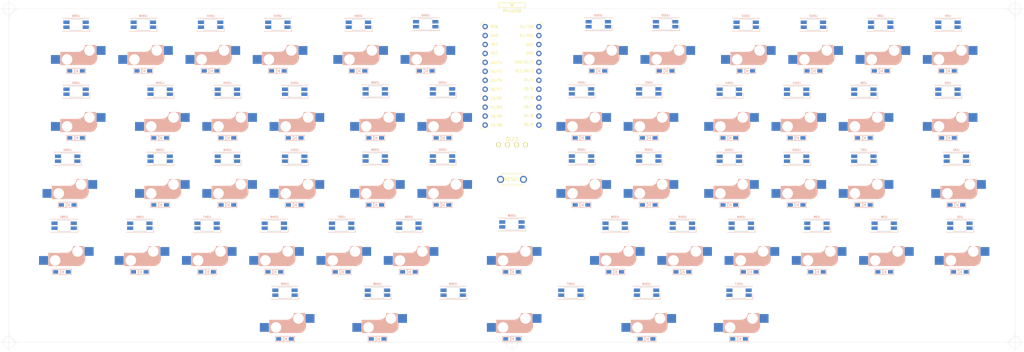
<source format=kicad_pcb>
(kicad_pcb (version 20171130) (host pcbnew "(5.1.9)-1")
  (title_block (title "YUIOP55 Keyboard") (date 2021-01-11) (rev 1) (company KaoriYa))
  (layers (0 F.Cu signal) (31 B.Cu signal) (34 B.Paste user) (35 F.Paste user) (36 B.SilkS user) (37 F.SilkS user) (38 B.Mask user) (39 F.Mask user) (44 Edge.Cuts user))
  (net 0 "")
  (net 1 "Net-(D1-Pad2)")
  (net 2 ROW2)
  (net 3 "Net-(D2-Pad2)")
  (net 4 "Net-(D3-Pad2)")
  (net 5 "Net-(D4-Pad2)")
  (net 6 "Net-(D5-Pad2)")
  (net 7 "Net-(D6-Pad2)")
  (net 8 ROW1)
  (net 9 "Net-(D7-Pad2)")
  (net 10 "Net-(D8-Pad2)")
  (net 11 "Net-(D9-Pad2)")
  (net 12 "Net-(D10-Pad2)")
  (net 13 "Net-(D11-Pad2)")
  (net 14 "Net-(D12-Pad2)")
  (net 15 ROW4)
  (net 16 "Net-(D13-Pad2)")
  (net 17 "Net-(D14-Pad2)")
  (net 18 "Net-(D15-Pad2)")
  (net 19 "Net-(D16-Pad2)")
  (net 20 "Net-(D17-Pad2)")
  (net 21 "Net-(D18-Pad2)")
  (net 22 ROW3)
  (net 23 "Net-(D19-Pad2)")
  (net 24 "Net-(D20-Pad2)")
  (net 25 "Net-(D21-Pad2)")
  (net 26 "Net-(D22-Pad2)")
  (net 27 "Net-(D23-Pad2)")
  (net 28 "Net-(D24-Pad2)")
  (net 29 "Net-(D25-Pad2)")
  (net 30 ROW6)
  (net 31 "Net-(D26-Pad2)")
  (net 32 "Net-(D27-Pad2)")
  (net 33 "Net-(D28-Pad2)")
  (net 34 "Net-(D29-Pad2)")
  (net 35 "Net-(D30-Pad2)")
  (net 36 ROW5)
  (net 37 "Net-(D31-Pad2)")
  (net 38 "Net-(D32-Pad2)")
  (net 39 "Net-(D33-Pad2)")
  (net 40 "Net-(D34-Pad2)")
  (net 41 "Net-(D35-Pad2)")
  (net 42 "Net-(D36-Pad2)")
  (net 43 "Net-(D37-Pad2)")
  (net 44 ROW8)
  (net 45 "Net-(D38-Pad2)")
  (net 46 "Net-(D39-Pad2)")
  (net 47 "Net-(D40-Pad2)")
  (net 48 "Net-(D41-Pad2)")
  (net 49 "Net-(D42-Pad2)")
  (net 50 "Net-(D43-Pad2)")
  (net 51 ROW7)
  (net 52 "Net-(D44-Pad2)")
  (net 53 "Net-(D45-Pad2)")
  (net 54 "Net-(D46-Pad2)")
  (net 55 "Net-(D47-Pad2)")
  (net 56 "Net-(D48-Pad2)")
  (net 57 ROW9)
  (net 58 "Net-(D49-Pad2)")
  (net 59 "Net-(D50-Pad2)")
  (net 60 "Net-(D51-Pad2)")
  (net 61 "Net-(D52-Pad2)")
  (net 62 "Net-(D53-Pad2)")
  (net 63 "Net-(D54-Pad2)")
  (net 64 VCC)
  (net 65 "Net-(LED1-Pad2)")
  (net 66 LED)
  (net 67 GND)
  (net 68 "Net-(LED2-Pad2)")
  (net 69 "Net-(LED3-Pad2)")
  (net 70 "Net-(LED4-Pad2)")
  (net 71 "Net-(LED5-Pad2)")
  (net 72 "Net-(LED6-Pad2)")
  (net 73 "Net-(LED7-Pad2)")
  (net 74 "Net-(LED8-Pad2)")
  (net 75 "Net-(LED10-Pad4)")
  (net 76 "Net-(LED10-Pad2)")
  (net 77 "Net-(LED11-Pad2)")
  (net 78 "Net-(LED12-Pad2)")
  (net 79 "Net-(LED13-Pad2)")
  (net 80 "Net-(LED14-Pad2)")
  (net 81 "Net-(LED15-Pad2)")
  (net 82 "Net-(LED16-Pad2)")
  (net 83 "Net-(LED17-Pad2)")
  (net 84 "Net-(LED18-Pad2)")
  (net 85 "Net-(LED19-Pad2)")
  (net 86 "Net-(LED20-Pad2)")
  (net 87 "Net-(LED21-Pad2)")
  (net 88 "Net-(LED22-Pad2)")
  (net 89 "Net-(LED23-Pad2)")
  (net 90 "Net-(LED24-Pad2)")
  (net 91 "Net-(LED25-Pad2)")
  (net 92 "Net-(LED26-Pad2)")
  (net 93 "Net-(LED27-Pad2)")
  (net 94 "Net-(LED28-Pad2)")
  (net 95 "Net-(LED29-Pad2)")
  (net 96 "Net-(LED30-Pad2)")
  (net 97 "Net-(LED31-Pad2)")
  (net 98 "Net-(LED32-Pad2)")
  (net 99 "Net-(LED33-Pad2)")
  (net 100 "Net-(LED34-Pad2)")
  (net 101 "Net-(LED35-Pad2)")
  (net 102 "Net-(LED36-Pad2)")
  (net 103 "Net-(LED37-Pad2)")
  (net 104 "Net-(LED38-Pad2)")
  (net 105 "Net-(LED39-Pad2)")
  (net 106 "Net-(LED40-Pad2)")
  (net 107 "Net-(LED41-Pad2)")
  (net 108 "Net-(LED42-Pad2)")
  (net 109 "Net-(LED43-Pad2)")
  (net 110 "Net-(LED44-Pad2)")
  (net 111 "Net-(LED45-Pad2)")
  (net 112 "Net-(LED46-Pad2)")
  (net 113 "Net-(LED47-Pad2)")
  (net 114 "Net-(LED48-Pad2)")
  (net 115 "Net-(LED48-Pad4)")
  (net 116 "Net-(LED49-Pad4)")
  (net 117 "Net-(LED50-Pad4)")
  (net 118 "Net-(LED52-Pad4)")
  (net 119 "Net-(LED52-Pad2)")
  (net 120 "Net-(LED53-Pad4)")
  (net 121 "Net-(LED54-Pad4)")
  (net 122 SDA)
  (net 123 SCL)
  (net 124 COL1)
  (net 125 COL2)
  (net 126 COL3)
  (net 127 COL4)
  (net 128 COL5)
  (net 129 COL6)
  (net 130 RST)
  (net 131 "Net-(U1-Pad24)")
  (module kbd:M2_HOLE_v2 (layer F.Cu) (at 224.44075 172.6077)
    (fp_text reference HOLE7 hide)
    (fp_text value Val** hide)
    (pad "" np_thru_hole circle (at 0 0) (size 4.3 4.3) (drill 4.3) (layers *.Cu *.Mask))
  )
  (module kbd:M2_HOLE_v2 (layer F.Cu) (at 257.96875 139.2067)
    (fp_text reference HOLE6 hide)
    (fp_text value Val** hide)
    (pad "" np_thru_hole circle (at 0 0) (size 4.3 4.3) (drill 4.3) (layers *.Cu *.Mask))
  )
  (module kbd:M2_HOLE_v2 (layer F.Cu) (at 156.36875 139.2067)
    (fp_text reference HOLE5 hide)
    (fp_text value Val** hide)
    (pad "" np_thru_hole circle (at 0 0) (size 4.3 4.3) (drill 4.3) (layers *.Cu *.Mask))
  )
  (module kbd:M2_HOLE_v2 (layer F.Cu) (at 343.43975 158.5107)
    (fp_text reference HOLE4 hide)
    (fp_text value Val** hide)
    (pad "" np_thru_hole circle (at 0 0) (size 4.3 4.3) (drill 4.3) (layers *.Cu *.Mask))
  )
  (module kbd:M2_HOLE_v2 (layer F.Cu) (at 70.89775 158.5107)
    (fp_text reference HOLE3 hide)
    (fp_text value Val** hide)
    (pad "" np_thru_hole circle (at 0 0) (size 4.3 4.3) (drill 4.3) (layers *.Cu *.Mask))
  )
  (module kbd:M2_HOLE_v2 (layer F.Cu) (at 318.92875 120.4107)
    (fp_text reference HOLE2 hide)
    (fp_text value Val** hide)
    (pad "" np_thru_hole circle (at 0 0) (size 4.3 4.3) (drill 4.3) (layers *.Cu *.Mask))
  )
  (module kbd:M2_HOLE_v2 (layer F.Cu) (at 95.40875 120.4107)
    (fp_text reference HOLE1 hide)
    (fp_text value Val** hide)
    (pad "" np_thru_hole circle (at 0 0) (size 4.3 4.3) (drill 4.3) (layers *.Cu *.Mask))
  )
  (module yuiop:D3_SMD_v2_B (layer F.Cu) (at 83.7125 116.87845)
    (fp_text reference D1 hide)
    (fp_text value D hide)
    (pad 2 smd rect (at -1.775 0 180) (size 1.4 1) (layers B.Cu B.Paste B.Mask) (net 1 "Net-(D1-Pad2)"))
    (pad 1 smd rect (at 1.775 0 180) (size 1.4 1) (layers B.Cu B.Paste B.Mask) (net 2 ROW2))
  )
  (module yuiop:D3_SMD_v2_B (layer F.Cu) (at 102.7625 116.87845)
    (fp_text reference D2 hide)
    (fp_text value D hide)
    (pad 1 smd rect (at 1.775 0 180) (size 1.4 1) (layers B.Cu B.Paste B.Mask) (net 2 ROW2))
    (pad 2 smd rect (at -1.775 0 180) (size 1.4 1) (layers B.Cu B.Paste B.Mask) (net 3 "Net-(D2-Pad2)"))
  )
  (module yuiop:D3_SMD_v2_B (layer F.Cu) (at 121.8125 116.87845)
    (fp_text reference D3 hide)
    (fp_text value D hide)
    (pad 1 smd rect (at 1.775 0 180) (size 1.4 1) (layers B.Cu B.Paste B.Mask) (net 2 ROW2))
    (pad 2 smd rect (at -1.775 0 180) (size 1.4 1) (layers B.Cu B.Paste B.Mask) (net 4 "Net-(D3-Pad2)"))
  )
  (module yuiop:D3_SMD_v2_B (layer F.Cu) (at 140.8625 116.87845)
    (fp_text reference D4 hide)
    (fp_text value D hide)
    (pad 1 smd rect (at 1.775 0 180) (size 1.4 1) (layers B.Cu B.Paste B.Mask) (net 2 ROW2))
    (pad 2 smd rect (at -1.775 0 180) (size 1.4 1) (layers B.Cu B.Paste B.Mask) (net 5 "Net-(D4-Pad2)"))
  )
  (module yuiop:D3_SMD_v2_B (layer F.Cu) (at 163.675 116.87845)
    (fp_text reference D5 hide)
    (fp_text value D hide)
    (pad 1 smd rect (at 1.775 0 180) (size 1.4 1) (layers B.Cu B.Paste B.Mask) (net 2 ROW2))
    (pad 2 smd rect (at -1.775 0 180) (size 1.4 1) (layers B.Cu B.Paste B.Mask) (net 6 "Net-(D5-Pad2)"))
  )
  (module yuiop:D3_SMD_v2_B (layer F.Cu) (at 182.725 116.87845)
    (fp_text reference D6 hide)
    (fp_text value D hide)
    (pad 2 smd rect (at -1.775 0 180) (size 1.4 1) (layers B.Cu B.Paste B.Mask) (net 7 "Net-(D6-Pad2)"))
    (pad 1 smd rect (at 1.775 0 180) (size 1.4 1) (layers B.Cu B.Paste B.Mask) (net 2 ROW2))
  )
  (module yuiop:D3_SMD_v2_B (layer F.Cu) (at 231.6125 116.87845)
    (fp_text reference D7 hide)
    (fp_text value D hide)
    (pad 1 smd rect (at 1.775 0 180) (size 1.4 1) (layers B.Cu B.Paste B.Mask) (net 8 ROW1))
    (pad 2 smd rect (at -1.775 0 180) (size 1.4 1) (layers B.Cu B.Paste B.Mask) (net 9 "Net-(D7-Pad2)"))
  )
  (module yuiop:D3_SMD_v2_B (layer F.Cu) (at 250.6625 116.87845)
    (fp_text reference D8 hide)
    (fp_text value D hide)
    (pad 1 smd rect (at 1.775 0 180) (size 1.4 1) (layers B.Cu B.Paste B.Mask) (net 8 ROW1))
    (pad 2 smd rect (at -1.775 0 180) (size 1.4 1) (layers B.Cu B.Paste B.Mask) (net 10 "Net-(D8-Pad2)"))
  )
  (module yuiop:D3_SMD_v2_B (layer F.Cu) (at 273.475 116.87845)
    (fp_text reference D9 hide)
    (fp_text value D hide)
    (pad 1 smd rect (at 1.775 0 180) (size 1.4 1) (layers B.Cu B.Paste B.Mask) (net 8 ROW1))
    (pad 2 smd rect (at -1.775 0 180) (size 1.4 1) (layers B.Cu B.Paste B.Mask) (net 11 "Net-(D9-Pad2)"))
  )
  (module yuiop:D3_SMD_v2_B (layer F.Cu) (at 292.525 116.87845)
    (fp_text reference D10 hide)
    (fp_text value D hide)
    (pad 2 smd rect (at -1.775 0 180) (size 1.4 1) (layers B.Cu B.Paste B.Mask) (net 12 "Net-(D10-Pad2)"))
    (pad 1 smd rect (at 1.775 0 180) (size 1.4 1) (layers B.Cu B.Paste B.Mask) (net 8 ROW1))
  )
  (module yuiop:D3_SMD_v2_B (layer F.Cu) (at 311.575 116.87845)
    (fp_text reference D11 hide)
    (fp_text value D hide)
    (pad 1 smd rect (at 1.775 0 180) (size 1.4 1) (layers B.Cu B.Paste B.Mask) (net 8 ROW1))
    (pad 2 smd rect (at -1.775 0 180) (size 1.4 1) (layers B.Cu B.Paste B.Mask) (net 13 "Net-(D11-Pad2)"))
  )
  (module yuiop:D3_SMD_v2_B (layer F.Cu) (at 330.625 116.87845)
    (fp_text reference D12 hide)
    (fp_text value D hide)
    (pad 2 smd rect (at -1.775 0 180) (size 1.4 1) (layers B.Cu B.Paste B.Mask) (net 14 "Net-(D12-Pad2)"))
    (pad 1 smd rect (at 1.775 0 180) (size 1.4 1) (layers B.Cu B.Paste B.Mask) (net 8 ROW1))
  )
  (module yuiop:D3_SMD_v2_B (layer F.Cu) (at 83.7125 135.87885)
    (fp_text reference D13 hide)
    (fp_text value D hide)
    (pad 1 smd rect (at 1.775 0 180) (size 1.4 1) (layers B.Cu B.Paste B.Mask) (net 15 ROW4))
    (pad 2 smd rect (at -1.775 0 180) (size 1.4 1) (layers B.Cu B.Paste B.Mask) (net 16 "Net-(D13-Pad2)"))
  )
  (module yuiop:D3_SMD_v2_B (layer F.Cu) (at 107.525 135.87885)
    (fp_text reference D14 hide)
    (fp_text value D hide)
    (pad 1 smd rect (at 1.775 0 180) (size 1.4 1) (layers B.Cu B.Paste B.Mask) (net 15 ROW4))
    (pad 2 smd rect (at -1.775 0 180) (size 1.4 1) (layers B.Cu B.Paste B.Mask) (net 17 "Net-(D14-Pad2)"))
  )
  (module yuiop:D3_SMD_v2_B (layer F.Cu) (at 126.575 135.87885)
    (fp_text reference D15 hide)
    (fp_text value D hide)
    (pad 1 smd rect (at 1.775 0 180) (size 1.4 1) (layers B.Cu B.Paste B.Mask) (net 15 ROW4))
    (pad 2 smd rect (at -1.775 0 180) (size 1.4 1) (layers B.Cu B.Paste B.Mask) (net 18 "Net-(D15-Pad2)"))
  )
  (module yuiop:D3_SMD_v2_B (layer F.Cu) (at 145.625 135.87885)
    (fp_text reference D16 hide)
    (fp_text value D hide)
    (pad 2 smd rect (at -1.775 0 180) (size 1.4 1) (layers B.Cu B.Paste B.Mask) (net 19 "Net-(D16-Pad2)"))
    (pad 1 smd rect (at 1.775 0 180) (size 1.4 1) (layers B.Cu B.Paste B.Mask) (net 15 ROW4))
  )
  (module yuiop:D3_SMD_v2_B (layer F.Cu) (at 168.4375 135.87885)
    (fp_text reference D17 hide)
    (fp_text value D hide)
    (pad 2 smd rect (at -1.775 0 180) (size 1.4 1) (layers B.Cu B.Paste B.Mask) (net 20 "Net-(D17-Pad2)"))
    (pad 1 smd rect (at 1.775 0 180) (size 1.4 1) (layers B.Cu B.Paste B.Mask) (net 15 ROW4))
  )
  (module yuiop:D3_SMD_v2_B (layer F.Cu) (at 187.4875 135.87885)
    (fp_text reference D18 hide)
    (fp_text value D hide)
    (pad 1 smd rect (at 1.775 0 180) (size 1.4 1) (layers B.Cu B.Paste B.Mask) (net 15 ROW4))
    (pad 2 smd rect (at -1.775 0 180) (size 1.4 1) (layers B.Cu B.Paste B.Mask) (net 21 "Net-(D18-Pad2)"))
  )
  (module yuiop:D3_SMD_v2_B (layer F.Cu) (at 226.85 135.87885)
    (fp_text reference D19 hide)
    (fp_text value D hide)
    (pad 1 smd rect (at 1.775 0 180) (size 1.4 1) (layers B.Cu B.Paste B.Mask) (net 22 ROW3))
    (pad 2 smd rect (at -1.775 0 180) (size 1.4 1) (layers B.Cu B.Paste B.Mask) (net 23 "Net-(D19-Pad2)"))
  )
  (module yuiop:D3_SMD_v2_B (layer F.Cu) (at 245.9 135.87885)
    (fp_text reference D20 hide)
    (fp_text value D hide)
    (pad 2 smd rect (at -1.775 0 180) (size 1.4 1) (layers B.Cu B.Paste B.Mask) (net 24 "Net-(D20-Pad2)"))
    (pad 1 smd rect (at 1.775 0 180) (size 1.4 1) (layers B.Cu B.Paste B.Mask) (net 22 ROW3))
  )
  (module yuiop:D3_SMD_v2_B (layer F.Cu) (at 268.7125 135.87885)
    (fp_text reference D21 hide)
    (fp_text value D hide)
    (pad 2 smd rect (at -1.775 0 180) (size 1.4 1) (layers B.Cu B.Paste B.Mask) (net 25 "Net-(D21-Pad2)"))
    (pad 1 smd rect (at 1.775 0 180) (size 1.4 1) (layers B.Cu B.Paste B.Mask) (net 22 ROW3))
  )
  (module yuiop:D3_SMD_v2_B (layer F.Cu) (at 287.7625 135.87885)
    (fp_text reference D22 hide)
    (fp_text value D hide)
    (pad 2 smd rect (at -1.775 0 180) (size 1.4 1) (layers B.Cu B.Paste B.Mask) (net 26 "Net-(D22-Pad2)"))
    (pad 1 smd rect (at 1.775 0 180) (size 1.4 1) (layers B.Cu B.Paste B.Mask) (net 22 ROW3))
  )
  (module yuiop:D3_SMD_v2_B (layer F.Cu) (at 306.8125 135.87885)
    (fp_text reference D23 hide)
    (fp_text value D hide)
    (pad 2 smd rect (at -1.775 0 180) (size 1.4 1) (layers B.Cu B.Paste B.Mask) (net 27 "Net-(D23-Pad2)"))
    (pad 1 smd rect (at 1.775 0 180) (size 1.4 1) (layers B.Cu B.Paste B.Mask) (net 22 ROW3))
  )
  (module yuiop:D3_SMD_v2_B (layer F.Cu) (at 330.625 135.87885)
    (fp_text reference D24 hide)
    (fp_text value D hide)
    (pad 2 smd rect (at -1.775 0 180) (size 1.4 1) (layers B.Cu B.Paste B.Mask) (net 28 "Net-(D24-Pad2)"))
    (pad 1 smd rect (at 1.775 0 180) (size 1.4 1) (layers B.Cu B.Paste B.Mask) (net 22 ROW3))
  )
  (module yuiop:D3_SMD_v2_B (layer F.Cu) (at 81.33125 154.87925)
    (fp_text reference D25 hide)
    (fp_text value D hide)
    (pad 2 smd rect (at -1.775 0 180) (size 1.4 1) (layers B.Cu B.Paste B.Mask) (net 29 "Net-(D25-Pad2)"))
    (pad 1 smd rect (at 1.775 0 180) (size 1.4 1) (layers B.Cu B.Paste B.Mask) (net 30 ROW6))
  )
  (module yuiop:D3_SMD_v2_B (layer F.Cu) (at 107.525 154.87925)
    (fp_text reference D26 hide)
    (fp_text value D hide)
    (pad 2 smd rect (at -1.775 0 180) (size 1.4 1) (layers B.Cu B.Paste B.Mask) (net 31 "Net-(D26-Pad2)"))
    (pad 1 smd rect (at 1.775 0 180) (size 1.4 1) (layers B.Cu B.Paste B.Mask) (net 30 ROW6))
  )
  (module yuiop:D3_SMD_v2_B (layer F.Cu) (at 126.575 154.87925)
    (fp_text reference D27 hide)
    (fp_text value D hide)
    (pad 1 smd rect (at 1.775 0 180) (size 1.4 1) (layers B.Cu B.Paste B.Mask) (net 30 ROW6))
    (pad 2 smd rect (at -1.775 0 180) (size 1.4 1) (layers B.Cu B.Paste B.Mask) (net 32 "Net-(D27-Pad2)"))
  )
  (module yuiop:D3_SMD_v2_B (layer F.Cu) (at 145.625 154.87925)
    (fp_text reference D28 hide)
    (fp_text value D hide)
    (pad 1 smd rect (at 1.775 0 180) (size 1.4 1) (layers B.Cu B.Paste B.Mask) (net 30 ROW6))
    (pad 2 smd rect (at -1.775 0 180) (size 1.4 1) (layers B.Cu B.Paste B.Mask) (net 33 "Net-(D28-Pad2)"))
  )
  (module yuiop:D3_SMD_v2_B (layer F.Cu) (at 168.4375 154.87925)
    (fp_text reference D29 hide)
    (fp_text value D hide)
    (pad 2 smd rect (at -1.775 0 180) (size 1.4 1) (layers B.Cu B.Paste B.Mask) (net 34 "Net-(D29-Pad2)"))
    (pad 1 smd rect (at 1.775 0 180) (size 1.4 1) (layers B.Cu B.Paste B.Mask) (net 30 ROW6))
  )
  (module yuiop:D3_SMD_v2_B (layer F.Cu) (at 187.4875 154.87925)
    (fp_text reference D30 hide)
    (fp_text value D hide)
    (pad 1 smd rect (at 1.775 0 180) (size 1.4 1) (layers B.Cu B.Paste B.Mask) (net 30 ROW6))
    (pad 2 smd rect (at -1.775 0 180) (size 1.4 1) (layers B.Cu B.Paste B.Mask) (net 35 "Net-(D30-Pad2)"))
  )
  (module yuiop:D3_SMD_v2_B (layer F.Cu) (at 226.85 154.87925)
    (fp_text reference D31 hide)
    (fp_text value D hide)
    (pad 2 smd rect (at -1.775 0 180) (size 1.4 1) (layers B.Cu B.Paste B.Mask) (net 37 "Net-(D31-Pad2)"))
    (pad 1 smd rect (at 1.775 0 180) (size 1.4 1) (layers B.Cu B.Paste B.Mask) (net 36 ROW5))
  )
  (module yuiop:D3_SMD_v2_B (layer F.Cu) (at 245.9 154.87925)
    (fp_text reference D32 hide)
    (fp_text value D hide)
    (pad 1 smd rect (at 1.775 0 180) (size 1.4 1) (layers B.Cu B.Paste B.Mask) (net 36 ROW5))
    (pad 2 smd rect (at -1.775 0 180) (size 1.4 1) (layers B.Cu B.Paste B.Mask) (net 38 "Net-(D32-Pad2)"))
  )
  (module yuiop:D3_SMD_v2_B (layer F.Cu) (at 268.7125 154.87925)
    (fp_text reference D33 hide)
    (fp_text value D hide)
    (pad 2 smd rect (at -1.775 0 180) (size 1.4 1) (layers B.Cu B.Paste B.Mask) (net 39 "Net-(D33-Pad2)"))
    (pad 1 smd rect (at 1.775 0 180) (size 1.4 1) (layers B.Cu B.Paste B.Mask) (net 36 ROW5))
  )
  (module yuiop:D3_SMD_v2_B (layer F.Cu) (at 287.7625 154.87925)
    (fp_text reference D34 hide)
    (fp_text value D hide)
    (pad 1 smd rect (at 1.775 0 180) (size 1.4 1) (layers B.Cu B.Paste B.Mask) (net 36 ROW5))
    (pad 2 smd rect (at -1.775 0 180) (size 1.4 1) (layers B.Cu B.Paste B.Mask) (net 40 "Net-(D34-Pad2)"))
  )
  (module yuiop:D3_SMD_v2_B (layer F.Cu) (at 306.8125 154.87925)
    (fp_text reference D35 hide)
    (fp_text value D hide)
    (pad 2 smd rect (at -1.775 0 180) (size 1.4 1) (layers B.Cu B.Paste B.Mask) (net 41 "Net-(D35-Pad2)"))
    (pad 1 smd rect (at 1.775 0 180) (size 1.4 1) (layers B.Cu B.Paste B.Mask) (net 36 ROW5))
  )
  (module yuiop:D3_SMD_v2_B (layer F.Cu) (at 333.00625 154.87925)
    (fp_text reference D36 hide)
    (fp_text value D hide)
    (pad 1 smd rect (at 1.775 0 180) (size 1.4 1) (layers B.Cu B.Paste B.Mask) (net 36 ROW5))
    (pad 2 smd rect (at -1.775 0 180) (size 1.4 1) (layers B.Cu B.Paste B.Mask) (net 42 "Net-(D36-Pad2)"))
  )
  (module yuiop:D3_SMD_v2_B (layer F.Cu) (at 79.725 173.87965)
    (fp_text reference D37 hide)
    (fp_text value D hide)
    (pad 1 smd rect (at 1.775 0 180) (size 1.4 1) (layers B.Cu B.Paste B.Mask) (net 44 ROW8))
    (pad 2 smd rect (at -1.775 0 180) (size 1.4 1) (layers B.Cu B.Paste B.Mask) (net 43 "Net-(D37-Pad2)"))
  )
  (module yuiop:D3_SMD_v2_B (layer F.Cu) (at 101.7625 173.87965)
    (fp_text reference D38 hide)
    (fp_text value D hide)
    (pad 2 smd rect (at -1.775 0 180) (size 1.4 1) (layers B.Cu B.Paste B.Mask) (net 45 "Net-(D38-Pad2)"))
    (pad 1 smd rect (at 1.775 0 180) (size 1.4 1) (layers B.Cu B.Paste B.Mask) (net 44 ROW8))
  )
  (module yuiop:D3_SMD_v2_B (layer F.Cu) (at 120.8125 173.87965)
    (fp_text reference D39 hide)
    (fp_text value D hide)
    (pad 1 smd rect (at 1.775 0 180) (size 1.4 1) (layers B.Cu B.Paste B.Mask) (net 44 ROW8))
    (pad 2 smd rect (at -1.775 0 180) (size 1.4 1) (layers B.Cu B.Paste B.Mask) (net 46 "Net-(D39-Pad2)"))
  )
  (module yuiop:D3_SMD_v2_B (layer F.Cu) (at 139.8625 173.87965)
    (fp_text reference D40 hide)
    (fp_text value D hide)
    (pad 2 smd rect (at -1.775 0 180) (size 1.4 1) (layers B.Cu B.Paste B.Mask) (net 47 "Net-(D40-Pad2)"))
    (pad 1 smd rect (at 1.775 0 180) (size 1.4 1) (layers B.Cu B.Paste B.Mask) (net 44 ROW8))
  )
  (module yuiop:D3_SMD_v2_B (layer F.Cu) (at 158.9125 173.87965)
    (fp_text reference D41 hide)
    (fp_text value D hide)
    (pad 2 smd rect (at -1.775 0 180) (size 1.4 1) (layers B.Cu B.Paste B.Mask) (net 48 "Net-(D41-Pad2)"))
    (pad 1 smd rect (at 1.775 0 180) (size 1.4 1) (layers B.Cu B.Paste B.Mask) (net 44 ROW8))
  )
  (module yuiop:D3_SMD_v2_B (layer F.Cu) (at 177.9625 173.87965)
    (fp_text reference D42 hide)
    (fp_text value D hide)
    (pad 2 smd rect (at -1.775 0 180) (size 1.4 1) (layers B.Cu B.Paste B.Mask) (net 49 "Net-(D42-Pad2)"))
    (pad 1 smd rect (at 1.775 0 180) (size 1.4 1) (layers B.Cu B.Paste B.Mask) (net 44 ROW8))
  )
  (module yuiop:D3_SMD_v2_B (layer F.Cu) (at 236.375 173.87965)
    (fp_text reference D43 hide)
    (fp_text value D hide)
    (pad 2 smd rect (at -1.775 0 180) (size 1.4 1) (layers B.Cu B.Paste B.Mask) (net 50 "Net-(D43-Pad2)"))
    (pad 1 smd rect (at 1.775 0 180) (size 1.4 1) (layers B.Cu B.Paste B.Mask) (net 51 ROW7))
  )
  (module yuiop:D3_SMD_v2_B (layer F.Cu) (at 255.425 173.87965)
    (fp_text reference D44 hide)
    (fp_text value D hide)
    (pad 1 smd rect (at 1.775 0 180) (size 1.4 1) (layers B.Cu B.Paste B.Mask) (net 51 ROW7))
    (pad 2 smd rect (at -1.775 0 180) (size 1.4 1) (layers B.Cu B.Paste B.Mask) (net 52 "Net-(D44-Pad2)"))
  )
  (module yuiop:D3_SMD_v2_B (layer F.Cu) (at 274.475 173.87965)
    (fp_text reference D45 hide)
    (fp_text value D hide)
    (pad 2 smd rect (at -1.775 0 180) (size 1.4 1) (layers B.Cu B.Paste B.Mask) (net 53 "Net-(D45-Pad2)"))
    (pad 1 smd rect (at 1.775 0 180) (size 1.4 1) (layers B.Cu B.Paste B.Mask) (net 51 ROW7))
  )
  (module yuiop:D3_SMD_v2_B (layer F.Cu) (at 293.525 173.87965)
    (fp_text reference D46 hide)
    (fp_text value D hide)
    (pad 1 smd rect (at 1.775 0 180) (size 1.4 1) (layers B.Cu B.Paste B.Mask) (net 51 ROW7))
    (pad 2 smd rect (at -1.775 0 180) (size 1.4 1) (layers B.Cu B.Paste B.Mask) (net 54 "Net-(D46-Pad2)"))
  )
  (module yuiop:D3_SMD_v2_B (layer F.Cu) (at 312.575 173.87965)
    (fp_text reference D47 hide)
    (fp_text value D hide)
    (pad 2 smd rect (at -1.775 0 180) (size 1.4 1) (layers B.Cu B.Paste B.Mask) (net 55 "Net-(D47-Pad2)"))
    (pad 1 smd rect (at 1.775 0 180) (size 1.4 1) (layers B.Cu B.Paste B.Mask) (net 51 ROW7))
  )
  (module yuiop:D3_SMD_v2_B (layer F.Cu) (at 334.00625 173.87965)
    (fp_text reference D48 hide)
    (fp_text value D hide)
    (pad 1 smd rect (at 1.775 0 180) (size 1.4 1) (layers B.Cu B.Paste B.Mask) (net 51 ROW7))
    (pad 2 smd rect (at -1.775 0 180) (size 1.4 1) (layers B.Cu B.Paste B.Mask) (net 56 "Net-(D48-Pad2)"))
  )
  (module yuiop:D3_SMD_v2_B (layer F.Cu) (at 207.16875 173.87965)
    (fp_text reference D49 hide)
    (fp_text value D hide)
    (pad 1 smd rect (at 1.775 0 180) (size 1.4 1) (layers B.Cu B.Paste B.Mask) (net 57 ROW9))
    (pad 2 smd rect (at -1.775 0 180) (size 1.4 1) (layers B.Cu B.Paste B.Mask) (net 58 "Net-(D49-Pad2)"))
  )
  (module yuiop:D3_SMD_v2_B (layer F.Cu) (at 142.875 192.88005)
    (fp_text reference D50 hide)
    (fp_text value D hide)
    (pad 2 smd rect (at -1.775 0 180) (size 1.4 1) (layers B.Cu B.Paste B.Mask) (net 59 "Net-(D50-Pad2)"))
    (pad 1 smd rect (at 1.775 0 180) (size 1.4 1) (layers B.Cu B.Paste B.Mask) (net 57 ROW9))
  )
  (module yuiop:D3_SMD_v2_B (layer F.Cu) (at 169.1005 192.88005)
    (fp_text reference D51 hide)
    (fp_text value D hide)
    (pad 1 smd rect (at 1.775 0 180) (size 1.4 1) (layers B.Cu B.Paste B.Mask) (net 57 ROW9))
    (pad 2 smd rect (at -1.775 0 180) (size 1.4 1) (layers B.Cu B.Paste B.Mask) (net 60 "Net-(D51-Pad2)"))
  )
  (module yuiop:D3_SMD_v2_B (layer F.Cu) (at 207.16875 192.88005)
    (fp_text reference D52 hide)
    (fp_text value D hide)
    (pad 2 smd rect (at -1.775 0 180) (size 1.4 1) (layers B.Cu B.Paste B.Mask) (net 61 "Net-(D52-Pad2)"))
    (pad 1 smd rect (at 1.775 0 180) (size 1.4 1) (layers B.Cu B.Paste B.Mask) (net 57 ROW9))
  )
  (module yuiop:D3_SMD_v2_B (layer F.Cu) (at 245.26875 192.88005)
    (fp_text reference D53 hide)
    (fp_text value D hide)
    (pad 1 smd rect (at 1.775 0 180) (size 1.4 1) (layers B.Cu B.Paste B.Mask) (net 57 ROW9))
    (pad 2 smd rect (at -1.775 0 180) (size 1.4 1) (layers B.Cu B.Paste B.Mask) (net 62 "Net-(D53-Pad2)"))
  )
  (module yuiop:D3_SMD_v2_B (layer F.Cu) (at 271.4625 192.88005)
    (fp_text reference D54 hide)
    (fp_text value D hide)
    (pad 2 smd rect (at -1.775 0 180) (size 1.4 1) (layers B.Cu B.Paste B.Mask) (net 63 "Net-(D54-Pad2)"))
    (pad 1 smd rect (at 1.775 0 180) (size 1.4 1) (layers B.Cu B.Paste B.Mask) (net 57 ROW9))
  )
  (module yuiop:SK6812MINI-E_B (layer F.Cu) (at 334.00625 160.78325)
    (fp_text reference LED1 (at 0 -2.5 180) (layer B.SilkS) (effects (font (size 0.5 0.5) (thickness 0.125)) (justify mirror)))
    (fp_text value YS-SK6812MINI-E hide)
    (fp_line (start 1.8 1.55) (end -1.8 1.55) (layer Edge.Cuts) (width 0.12))
    (fp_line (start -1.8 1.55) (end -1.8 -1.55) (layer Edge.Cuts) (width 0.12))
    (fp_line (start -1.8 -1.55) (end 1.8 -1.55) (layer Edge.Cuts) (width 0.12))
    (fp_line (start 1.8 -1.55) (end 1.8 1.55) (layer Edge.Cuts) (width 0.12))
    (pad 1 smd rect (at -2.75 -0.7 180) (size 1.7 1) (layers B.Cu B.Paste B.Mask) (net 64 VCC))
    (pad 2 smd rect (at -2.75 0.7 180) (size 1.7 1) (layers B.Cu B.Paste B.Mask) (net 65 "Net-(LED1-Pad2)"))
    (pad 4 smd rect (at 2.75 -0.7 180) (size 1.7 1) (layers B.Cu B.Paste B.Mask) (net 66 LED))
    (pad 3 smd rect (at 2.75 0.7 180) (size 1.7 1) (layers B.Cu B.Paste B.Mask) (net 67 GND))
  )
  (module yuiop:SK6812MINI-E_B (layer F.Cu) (at 333.00625 141.78325)
    (fp_text reference LED2 (at 0 -2.5 180) (layer B.SilkS) (effects (font (size 0.5 0.5) (thickness 0.125)) (justify mirror)))
    (fp_text value YS-SK6812MINI-E hide)
    (fp_line (start 1.8 1.55) (end -1.8 1.55) (layer Edge.Cuts) (width 0.12))
    (fp_line (start -1.8 1.55) (end -1.8 -1.55) (layer Edge.Cuts) (width 0.12))
    (fp_line (start -1.8 -1.55) (end 1.8 -1.55) (layer Edge.Cuts) (width 0.12))
    (fp_line (start 1.8 -1.55) (end 1.8 1.55) (layer Edge.Cuts) (width 0.12))
    (pad 1 smd rect (at -2.75 -0.7 180) (size 1.7 1) (layers B.Cu B.Paste B.Mask) (net 64 VCC))
    (pad 2 smd rect (at -2.75 0.7 180) (size 1.7 1) (layers B.Cu B.Paste B.Mask) (net 68 "Net-(LED2-Pad2)"))
    (pad 4 smd rect (at 2.75 -0.7 180) (size 1.7 1) (layers B.Cu B.Paste B.Mask) (net 65 "Net-(LED1-Pad2)"))
    (pad 3 smd rect (at 2.75 0.7 180) (size 1.7 1) (layers B.Cu B.Paste B.Mask) (net 67 GND))
  )
  (module yuiop:SK6812MINI-E_B (layer F.Cu) (at 330.625 122.78325)
    (fp_text reference LED3 (at 0 -2.5 180) (layer B.SilkS) (effects (font (size 0.5 0.5) (thickness 0.125)) (justify mirror)))
    (fp_text value YS-SK6812MINI-E hide)
    (fp_line (start 1.8 1.55) (end -1.8 1.55) (layer Edge.Cuts) (width 0.12))
    (fp_line (start -1.8 1.55) (end -1.8 -1.55) (layer Edge.Cuts) (width 0.12))
    (fp_line (start -1.8 -1.55) (end 1.8 -1.55) (layer Edge.Cuts) (width 0.12))
    (fp_line (start 1.8 -1.55) (end 1.8 1.55) (layer Edge.Cuts) (width 0.12))
    (pad 1 smd rect (at -2.75 -0.7 180) (size 1.7 1) (layers B.Cu B.Paste B.Mask) (net 64 VCC))
    (pad 2 smd rect (at -2.75 0.7 180) (size 1.7 1) (layers B.Cu B.Paste B.Mask) (net 69 "Net-(LED3-Pad2)"))
    (pad 4 smd rect (at 2.75 -0.7 180) (size 1.7 1) (layers B.Cu B.Paste B.Mask) (net 68 "Net-(LED2-Pad2)"))
    (pad 3 smd rect (at 2.75 0.7 180) (size 1.7 1) (layers B.Cu B.Paste B.Mask) (net 67 GND))
  )
  (module yuiop:SK6812MINI-E_B (layer F.Cu) (at 330.625 103.78325)
    (fp_text reference LED4 (at 0 -2.5 180) (layer B.SilkS) (effects (font (size 0.5 0.5) (thickness 0.125)) (justify mirror)))
    (fp_text value YS-SK6812MINI-E hide)
    (fp_line (start 1.8 1.55) (end -1.8 1.55) (layer Edge.Cuts) (width 0.12))
    (fp_line (start -1.8 1.55) (end -1.8 -1.55) (layer Edge.Cuts) (width 0.12))
    (fp_line (start -1.8 -1.55) (end 1.8 -1.55) (layer Edge.Cuts) (width 0.12))
    (fp_line (start 1.8 -1.55) (end 1.8 1.55) (layer Edge.Cuts) (width 0.12))
    (pad 1 smd rect (at -2.75 -0.7 180) (size 1.7 1) (layers B.Cu B.Paste B.Mask) (net 64 VCC))
    (pad 2 smd rect (at -2.75 0.7 180) (size 1.7 1) (layers B.Cu B.Paste B.Mask) (net 70 "Net-(LED4-Pad2)"))
    (pad 4 smd rect (at 2.75 -0.7 180) (size 1.7 1) (layers B.Cu B.Paste B.Mask) (net 69 "Net-(LED3-Pad2)"))
    (pad 3 smd rect (at 2.75 0.7 180) (size 1.7 1) (layers B.Cu B.Paste B.Mask) (net 67 GND))
  )
  (module yuiop:SK6812MINI-E_B (layer F.Cu) (at 311.575 103.78325)
    (fp_text reference LED5 (at 0 -2.5 180) (layer B.SilkS) (effects (font (size 0.5 0.5) (thickness 0.125)) (justify mirror)))
    (fp_text value YS-SK6812MINI-E hide)
    (fp_line (start 1.8 -1.55) (end 1.8 1.55) (layer Edge.Cuts) (width 0.12))
    (fp_line (start -1.8 -1.55) (end 1.8 -1.55) (layer Edge.Cuts) (width 0.12))
    (fp_line (start -1.8 1.55) (end -1.8 -1.55) (layer Edge.Cuts) (width 0.12))
    (fp_line (start 1.8 1.55) (end -1.8 1.55) (layer Edge.Cuts) (width 0.12))
    (pad 3 smd rect (at 2.75 0.7 180) (size 1.7 1) (layers B.Cu B.Paste B.Mask) (net 67 GND))
    (pad 4 smd rect (at 2.75 -0.7 180) (size 1.7 1) (layers B.Cu B.Paste B.Mask) (net 70 "Net-(LED4-Pad2)"))
    (pad 2 smd rect (at -2.75 0.7 180) (size 1.7 1) (layers B.Cu B.Paste B.Mask) (net 71 "Net-(LED5-Pad2)"))
    (pad 1 smd rect (at -2.75 -0.7 180) (size 1.7 1) (layers B.Cu B.Paste B.Mask) (net 64 VCC))
  )
  (module yuiop:SK6812MINI-E_B (layer F.Cu) (at 306.8125 122.78325)
    (fp_text reference LED6 (at 0 -2.5 180) (layer B.SilkS) (effects (font (size 0.5 0.5) (thickness 0.125)) (justify mirror)))
    (fp_text value YS-SK6812MINI-E hide)
    (fp_line (start 1.8 -1.55) (end 1.8 1.55) (layer Edge.Cuts) (width 0.12))
    (fp_line (start -1.8 -1.55) (end 1.8 -1.55) (layer Edge.Cuts) (width 0.12))
    (fp_line (start -1.8 1.55) (end -1.8 -1.55) (layer Edge.Cuts) (width 0.12))
    (fp_line (start 1.8 1.55) (end -1.8 1.55) (layer Edge.Cuts) (width 0.12))
    (pad 3 smd rect (at 2.75 0.7 180) (size 1.7 1) (layers B.Cu B.Paste B.Mask) (net 67 GND))
    (pad 4 smd rect (at 2.75 -0.7 180) (size 1.7 1) (layers B.Cu B.Paste B.Mask) (net 71 "Net-(LED5-Pad2)"))
    (pad 2 smd rect (at -2.75 0.7 180) (size 1.7 1) (layers B.Cu B.Paste B.Mask) (net 72 "Net-(LED6-Pad2)"))
    (pad 1 smd rect (at -2.75 -0.7 180) (size 1.7 1) (layers B.Cu B.Paste B.Mask) (net 64 VCC))
  )
  (module yuiop:SK6812MINI-E_B (layer F.Cu) (at 306.8125 141.78325)
    (fp_text reference LED7 (at 0 -2.5 180) (layer B.SilkS) (effects (font (size 0.5 0.5) (thickness 0.125)) (justify mirror)))
    (fp_text value YS-SK6812MINI-E hide)
    (fp_line (start 1.8 -1.55) (end 1.8 1.55) (layer Edge.Cuts) (width 0.12))
    (fp_line (start -1.8 -1.55) (end 1.8 -1.55) (layer Edge.Cuts) (width 0.12))
    (fp_line (start -1.8 1.55) (end -1.8 -1.55) (layer Edge.Cuts) (width 0.12))
    (fp_line (start 1.8 1.55) (end -1.8 1.55) (layer Edge.Cuts) (width 0.12))
    (pad 3 smd rect (at 2.75 0.7 180) (size 1.7 1) (layers B.Cu B.Paste B.Mask) (net 67 GND))
    (pad 4 smd rect (at 2.75 -0.7 180) (size 1.7 1) (layers B.Cu B.Paste B.Mask) (net 72 "Net-(LED6-Pad2)"))
    (pad 2 smd rect (at -2.75 0.7 180) (size 1.7 1) (layers B.Cu B.Paste B.Mask) (net 73 "Net-(LED7-Pad2)"))
    (pad 1 smd rect (at -2.75 -0.7 180) (size 1.7 1) (layers B.Cu B.Paste B.Mask) (net 64 VCC))
  )
  (module yuiop:SK6812MINI-E_B (layer F.Cu) (at 312.575 160.78325)
    (fp_text reference LED8 (at 0 -2.5 180) (layer B.SilkS) (effects (font (size 0.5 0.5) (thickness 0.125)) (justify mirror)))
    (fp_text value YS-SK6812MINI-E hide)
    (fp_line (start 1.8 -1.55) (end 1.8 1.55) (layer Edge.Cuts) (width 0.12))
    (fp_line (start -1.8 -1.55) (end 1.8 -1.55) (layer Edge.Cuts) (width 0.12))
    (fp_line (start -1.8 1.55) (end -1.8 -1.55) (layer Edge.Cuts) (width 0.12))
    (fp_line (start 1.8 1.55) (end -1.8 1.55) (layer Edge.Cuts) (width 0.12))
    (pad 3 smd rect (at 2.75 0.7 180) (size 1.7 1) (layers B.Cu B.Paste B.Mask) (net 67 GND))
    (pad 4 smd rect (at 2.75 -0.7 180) (size 1.7 1) (layers B.Cu B.Paste B.Mask) (net 73 "Net-(LED7-Pad2)"))
    (pad 2 smd rect (at -2.75 0.7 180) (size 1.7 1) (layers B.Cu B.Paste B.Mask) (net 74 "Net-(LED8-Pad2)"))
    (pad 1 smd rect (at -2.75 -0.7 180) (size 1.7 1) (layers B.Cu B.Paste B.Mask) (net 64 VCC))
  )
  (module yuiop:SK6812MINI-E_B (layer F.Cu) (at 293.525 160.78325)
    (fp_text reference LED9 (at 0 -2.5 180) (layer B.SilkS) (effects (font (size 0.5 0.5) (thickness 0.125)) (justify mirror)))
    (fp_text value YS-SK6812MINI-E hide)
    (fp_line (start 1.8 1.55) (end -1.8 1.55) (layer Edge.Cuts) (width 0.12))
    (fp_line (start -1.8 1.55) (end -1.8 -1.55) (layer Edge.Cuts) (width 0.12))
    (fp_line (start -1.8 -1.55) (end 1.8 -1.55) (layer Edge.Cuts) (width 0.12))
    (fp_line (start 1.8 -1.55) (end 1.8 1.55) (layer Edge.Cuts) (width 0.12))
    (pad 1 smd rect (at -2.75 -0.7 180) (size 1.7 1) (layers B.Cu B.Paste B.Mask) (net 64 VCC))
    (pad 2 smd rect (at -2.75 0.7 180) (size 1.7 1) (layers B.Cu B.Paste B.Mask) (net 75 "Net-(LED10-Pad4)"))
    (pad 4 smd rect (at 2.75 -0.7 180) (size 1.7 1) (layers B.Cu B.Paste B.Mask) (net 74 "Net-(LED8-Pad2)"))
    (pad 3 smd rect (at 2.75 0.7 180) (size 1.7 1) (layers B.Cu B.Paste B.Mask) (net 67 GND))
  )
  (module yuiop:SK6812MINI-E_B (layer F.Cu) (at 287.7625 141.78325)
    (fp_text reference LED10 (at 0 -2.5 180) (layer B.SilkS) (effects (font (size 0.5 0.5) (thickness 0.125)) (justify mirror)))
    (fp_text value YS-SK6812MINI-E hide)
    (fp_line (start 1.8 1.55) (end -1.8 1.55) (layer Edge.Cuts) (width 0.12))
    (fp_line (start -1.8 1.55) (end -1.8 -1.55) (layer Edge.Cuts) (width 0.12))
    (fp_line (start -1.8 -1.55) (end 1.8 -1.55) (layer Edge.Cuts) (width 0.12))
    (fp_line (start 1.8 -1.55) (end 1.8 1.55) (layer Edge.Cuts) (width 0.12))
    (pad 1 smd rect (at -2.75 -0.7 180) (size 1.7 1) (layers B.Cu B.Paste B.Mask) (net 64 VCC))
    (pad 2 smd rect (at -2.75 0.7 180) (size 1.7 1) (layers B.Cu B.Paste B.Mask) (net 76 "Net-(LED10-Pad2)"))
    (pad 4 smd rect (at 2.75 -0.7 180) (size 1.7 1) (layers B.Cu B.Paste B.Mask) (net 75 "Net-(LED10-Pad4)"))
    (pad 3 smd rect (at 2.75 0.7 180) (size 1.7 1) (layers B.Cu B.Paste B.Mask) (net 67 GND))
  )
  (module yuiop:SK6812MINI-E_B (layer F.Cu) (at 287.7625 122.78325)
    (fp_text reference LED11 (at 0 -2.5 180) (layer B.SilkS) (effects (font (size 0.5 0.5) (thickness 0.125)) (justify mirror)))
    (fp_text value YS-SK6812MINI-E hide)
    (fp_line (start 1.8 1.55) (end -1.8 1.55) (layer Edge.Cuts) (width 0.12))
    (fp_line (start -1.8 1.55) (end -1.8 -1.55) (layer Edge.Cuts) (width 0.12))
    (fp_line (start -1.8 -1.55) (end 1.8 -1.55) (layer Edge.Cuts) (width 0.12))
    (fp_line (start 1.8 -1.55) (end 1.8 1.55) (layer Edge.Cuts) (width 0.12))
    (pad 1 smd rect (at -2.75 -0.7 180) (size 1.7 1) (layers B.Cu B.Paste B.Mask) (net 64 VCC))
    (pad 2 smd rect (at -2.75 0.7 180) (size 1.7 1) (layers B.Cu B.Paste B.Mask) (net 77 "Net-(LED11-Pad2)"))
    (pad 4 smd rect (at 2.75 -0.7 180) (size 1.7 1) (layers B.Cu B.Paste B.Mask) (net 76 "Net-(LED10-Pad2)"))
    (pad 3 smd rect (at 2.75 0.7 180) (size 1.7 1) (layers B.Cu B.Paste B.Mask) (net 67 GND))
  )
  (module yuiop:SK6812MINI-E_B (layer F.Cu) (at 292.525 103.78325)
    (fp_text reference LED12 (at 0 -2.5 180) (layer B.SilkS) (effects (font (size 0.5 0.5) (thickness 0.125)) (justify mirror)))
    (fp_text value YS-SK6812MINI-E hide)
    (fp_line (start 1.8 1.55) (end -1.8 1.55) (layer Edge.Cuts) (width 0.12))
    (fp_line (start -1.8 1.55) (end -1.8 -1.55) (layer Edge.Cuts) (width 0.12))
    (fp_line (start -1.8 -1.55) (end 1.8 -1.55) (layer Edge.Cuts) (width 0.12))
    (fp_line (start 1.8 -1.55) (end 1.8 1.55) (layer Edge.Cuts) (width 0.12))
    (pad 1 smd rect (at -2.75 -0.7 180) (size 1.7 1) (layers B.Cu B.Paste B.Mask) (net 64 VCC))
    (pad 2 smd rect (at -2.75 0.7 180) (size 1.7 1) (layers B.Cu B.Paste B.Mask) (net 78 "Net-(LED12-Pad2)"))
    (pad 4 smd rect (at 2.75 -0.7 180) (size 1.7 1) (layers B.Cu B.Paste B.Mask) (net 77 "Net-(LED11-Pad2)"))
    (pad 3 smd rect (at 2.75 0.7 180) (size 1.7 1) (layers B.Cu B.Paste B.Mask) (net 67 GND))
  )
  (module yuiop:SK6812MINI-E_B (layer F.Cu) (at 273.475 103.78325)
    (fp_text reference LED13 (at 0 -2.5 180) (layer B.SilkS) (effects (font (size 0.5 0.5) (thickness 0.125)) (justify mirror)))
    (fp_text value YS-SK6812MINI-E hide)
    (fp_line (start 1.8 -1.55) (end 1.8 1.55) (layer Edge.Cuts) (width 0.12))
    (fp_line (start -1.8 -1.55) (end 1.8 -1.55) (layer Edge.Cuts) (width 0.12))
    (fp_line (start -1.8 1.55) (end -1.8 -1.55) (layer Edge.Cuts) (width 0.12))
    (fp_line (start 1.8 1.55) (end -1.8 1.55) (layer Edge.Cuts) (width 0.12))
    (pad 3 smd rect (at 2.75 0.7 180) (size 1.7 1) (layers B.Cu B.Paste B.Mask) (net 67 GND))
    (pad 4 smd rect (at 2.75 -0.7 180) (size 1.7 1) (layers B.Cu B.Paste B.Mask) (net 78 "Net-(LED12-Pad2)"))
    (pad 2 smd rect (at -2.75 0.7 180) (size 1.7 1) (layers B.Cu B.Paste B.Mask) (net 79 "Net-(LED13-Pad2)"))
    (pad 1 smd rect (at -2.75 -0.7 180) (size 1.7 1) (layers B.Cu B.Paste B.Mask) (net 64 VCC))
  )
  (module yuiop:SK6812MINI-E_B (layer F.Cu) (at 268.7125 122.78325)
    (fp_text reference LED14 (at 0 -2.5 180) (layer B.SilkS) (effects (font (size 0.5 0.5) (thickness 0.125)) (justify mirror)))
    (fp_text value YS-SK6812MINI-E hide)
    (fp_line (start 1.8 -1.55) (end 1.8 1.55) (layer Edge.Cuts) (width 0.12))
    (fp_line (start -1.8 -1.55) (end 1.8 -1.55) (layer Edge.Cuts) (width 0.12))
    (fp_line (start -1.8 1.55) (end -1.8 -1.55) (layer Edge.Cuts) (width 0.12))
    (fp_line (start 1.8 1.55) (end -1.8 1.55) (layer Edge.Cuts) (width 0.12))
    (pad 3 smd rect (at 2.75 0.7 180) (size 1.7 1) (layers B.Cu B.Paste B.Mask) (net 67 GND))
    (pad 4 smd rect (at 2.75 -0.7 180) (size 1.7 1) (layers B.Cu B.Paste B.Mask) (net 79 "Net-(LED13-Pad2)"))
    (pad 2 smd rect (at -2.75 0.7 180) (size 1.7 1) (layers B.Cu B.Paste B.Mask) (net 80 "Net-(LED14-Pad2)"))
    (pad 1 smd rect (at -2.75 -0.7 180) (size 1.7 1) (layers B.Cu B.Paste B.Mask) (net 64 VCC))
  )
  (module yuiop:SK6812MINI-E_B (layer F.Cu) (at 268.7125 141.78325)
    (fp_text reference LED15 (at 0 -2.5 180) (layer B.SilkS) (effects (font (size 0.5 0.5) (thickness 0.125)) (justify mirror)))
    (fp_text value YS-SK6812MINI-E hide)
    (fp_line (start 1.8 -1.55) (end 1.8 1.55) (layer Edge.Cuts) (width 0.12))
    (fp_line (start -1.8 -1.55) (end 1.8 -1.55) (layer Edge.Cuts) (width 0.12))
    (fp_line (start -1.8 1.55) (end -1.8 -1.55) (layer Edge.Cuts) (width 0.12))
    (fp_line (start 1.8 1.55) (end -1.8 1.55) (layer Edge.Cuts) (width 0.12))
    (pad 3 smd rect (at 2.75 0.7 180) (size 1.7 1) (layers B.Cu B.Paste B.Mask) (net 67 GND))
    (pad 4 smd rect (at 2.75 -0.7 180) (size 1.7 1) (layers B.Cu B.Paste B.Mask) (net 80 "Net-(LED14-Pad2)"))
    (pad 2 smd rect (at -2.75 0.7 180) (size 1.7 1) (layers B.Cu B.Paste B.Mask) (net 81 "Net-(LED15-Pad2)"))
    (pad 1 smd rect (at -2.75 -0.7 180) (size 1.7 1) (layers B.Cu B.Paste B.Mask) (net 64 VCC))
  )
  (module yuiop:SK6812MINI-E_B (layer F.Cu) (at 272.09375 160.78325)
    (fp_text reference LED16 (at 0 -2.5 180) (layer B.SilkS) (effects (font (size 0.5 0.5) (thickness 0.125)) (justify mirror)))
    (fp_text value YS-SK6812MINI-E hide)
    (fp_line (start 1.8 -1.55) (end 1.8 1.55) (layer Edge.Cuts) (width 0.12))
    (fp_line (start -1.8 -1.55) (end 1.8 -1.55) (layer Edge.Cuts) (width 0.12))
    (fp_line (start -1.8 1.55) (end -1.8 -1.55) (layer Edge.Cuts) (width 0.12))
    (fp_line (start 1.8 1.55) (end -1.8 1.55) (layer Edge.Cuts) (width 0.12))
    (pad 3 smd rect (at 2.75 0.7 180) (size 1.7 1) (layers B.Cu B.Paste B.Mask) (net 67 GND))
    (pad 4 smd rect (at 2.75 -0.7 180) (size 1.7 1) (layers B.Cu B.Paste B.Mask) (net 81 "Net-(LED15-Pad2)"))
    (pad 2 smd rect (at -2.75 0.7 180) (size 1.7 1) (layers B.Cu B.Paste B.Mask) (net 82 "Net-(LED16-Pad2)"))
    (pad 1 smd rect (at -2.75 -0.7 180) (size 1.7 1) (layers B.Cu B.Paste B.Mask) (net 64 VCC))
  )
  (module yuiop:SK6812MINI-E_B (layer F.Cu) (at 271.4625 179.7832)
    (fp_text reference LED17 (at 0 -2.5 180) (layer B.SilkS) (effects (font (size 0.5 0.5) (thickness 0.125)) (justify mirror)))
    (fp_text value YS-SK6812MINI-E hide)
    (fp_line (start 1.8 1.55) (end -1.8 1.55) (layer Edge.Cuts) (width 0.12))
    (fp_line (start -1.8 1.55) (end -1.8 -1.55) (layer Edge.Cuts) (width 0.12))
    (fp_line (start -1.8 -1.55) (end 1.8 -1.55) (layer Edge.Cuts) (width 0.12))
    (fp_line (start 1.8 -1.55) (end 1.8 1.55) (layer Edge.Cuts) (width 0.12))
    (pad 1 smd rect (at -2.75 -0.7 180) (size 1.7 1) (layers B.Cu B.Paste B.Mask) (net 64 VCC))
    (pad 2 smd rect (at -2.75 0.7 180) (size 1.7 1) (layers B.Cu B.Paste B.Mask) (net 83 "Net-(LED17-Pad2)"))
    (pad 4 smd rect (at 2.75 -0.7 180) (size 1.7 1) (layers B.Cu B.Paste B.Mask) (net 82 "Net-(LED16-Pad2)"))
    (pad 3 smd rect (at 2.75 0.7 180) (size 1.7 1) (layers B.Cu B.Paste B.Mask) (net 67 GND))
  )
  (module yuiop:SK6812MINI-E_B (layer F.Cu) (at 245.269 179.7829)
    (fp_text reference LED18 (at 0 -2.5 180) (layer B.SilkS) (effects (font (size 0.5 0.5) (thickness 0.125)) (justify mirror)))
    (fp_text value YS-SK6812MINI-E hide)
    (fp_line (start 1.8 1.55) (end -1.8 1.55) (layer Edge.Cuts) (width 0.12))
    (fp_line (start -1.8 1.55) (end -1.8 -1.55) (layer Edge.Cuts) (width 0.12))
    (fp_line (start -1.8 -1.55) (end 1.8 -1.55) (layer Edge.Cuts) (width 0.12))
    (fp_line (start 1.8 -1.55) (end 1.8 1.55) (layer Edge.Cuts) (width 0.12))
    (pad 1 smd rect (at -2.75 -0.7 180) (size 1.7 1) (layers B.Cu B.Paste B.Mask) (net 64 VCC))
    (pad 2 smd rect (at -2.75 0.7 180) (size 1.7 1) (layers B.Cu B.Paste B.Mask) (net 84 "Net-(LED18-Pad2)"))
    (pad 4 smd rect (at 2.75 -0.7 180) (size 1.7 1) (layers B.Cu B.Paste B.Mask) (net 83 "Net-(LED17-Pad2)"))
    (pad 3 smd rect (at 2.75 0.7 180) (size 1.7 1) (layers B.Cu B.Paste B.Mask) (net 67 GND))
  )
  (module yuiop:SK6812MINI-E_B (layer F.Cu) (at 255.4256 160.78295)
    (fp_text reference LED19 (at 0 -2.5 180) (layer B.SilkS) (effects (font (size 0.5 0.5) (thickness 0.125)) (justify mirror)))
    (fp_text value YS-SK6812MINI-E hide)
    (fp_line (start 1.8 1.55) (end -1.8 1.55) (layer Edge.Cuts) (width 0.12))
    (fp_line (start -1.8 1.55) (end -1.8 -1.55) (layer Edge.Cuts) (width 0.12))
    (fp_line (start -1.8 -1.55) (end 1.8 -1.55) (layer Edge.Cuts) (width 0.12))
    (fp_line (start 1.8 -1.55) (end 1.8 1.55) (layer Edge.Cuts) (width 0.12))
    (pad 1 smd rect (at -2.75 -0.7 180) (size 1.7 1) (layers B.Cu B.Paste B.Mask) (net 64 VCC))
    (pad 2 smd rect (at -2.75 0.7 180) (size 1.7 1) (layers B.Cu B.Paste B.Mask) (net 85 "Net-(LED19-Pad2)"))
    (pad 4 smd rect (at 2.75 -0.7 180) (size 1.7 1) (layers B.Cu B.Paste B.Mask) (net 84 "Net-(LED18-Pad2)"))
    (pad 3 smd rect (at 2.75 0.7 180) (size 1.7 1) (layers B.Cu B.Paste B.Mask) (net 67 GND))
  )
  (module yuiop:SK6812MINI-E_B (layer F.Cu) (at 245.9 141.73255)
    (fp_text reference LED20 (at 0 -2.5 180) (layer B.SilkS) (effects (font (size 0.5 0.5) (thickness 0.125)) (justify mirror)))
    (fp_text value YS-SK6812MINI-E hide)
    (fp_line (start 1.8 1.55) (end -1.8 1.55) (layer Edge.Cuts) (width 0.12))
    (fp_line (start -1.8 1.55) (end -1.8 -1.55) (layer Edge.Cuts) (width 0.12))
    (fp_line (start -1.8 -1.55) (end 1.8 -1.55) (layer Edge.Cuts) (width 0.12))
    (fp_line (start 1.8 -1.55) (end 1.8 1.55) (layer Edge.Cuts) (width 0.12))
    (pad 1 smd rect (at -2.75 -0.7 180) (size 1.7 1) (layers B.Cu B.Paste B.Mask) (net 64 VCC))
    (pad 2 smd rect (at -2.75 0.7 180) (size 1.7 1) (layers B.Cu B.Paste B.Mask) (net 86 "Net-(LED20-Pad2)"))
    (pad 4 smd rect (at 2.75 -0.7 180) (size 1.7 1) (layers B.Cu B.Paste B.Mask) (net 85 "Net-(LED19-Pad2)"))
    (pad 3 smd rect (at 2.75 0.7 180) (size 1.7 1) (layers B.Cu B.Paste B.Mask) (net 67 GND))
  )
  (module yuiop:SK6812MINI-E_B (layer F.Cu) (at 245.9004 122.68215)
    (fp_text reference LED21 (at 0 -2.5 180) (layer B.SilkS) (effects (font (size 0.5 0.5) (thickness 0.125)) (justify mirror)))
    (fp_text value YS-SK6812MINI-E hide)
    (fp_line (start 1.8 1.55) (end -1.8 1.55) (layer Edge.Cuts) (width 0.12))
    (fp_line (start -1.8 1.55) (end -1.8 -1.55) (layer Edge.Cuts) (width 0.12))
    (fp_line (start -1.8 -1.55) (end 1.8 -1.55) (layer Edge.Cuts) (width 0.12))
    (fp_line (start 1.8 -1.55) (end 1.8 1.55) (layer Edge.Cuts) (width 0.12))
    (pad 1 smd rect (at -2.75 -0.7 180) (size 1.7 1) (layers B.Cu B.Paste B.Mask) (net 64 VCC))
    (pad 2 smd rect (at -2.75 0.7 180) (size 1.7 1) (layers B.Cu B.Paste B.Mask) (net 87 "Net-(LED21-Pad2)"))
    (pad 4 smd rect (at 2.75 -0.7 180) (size 1.7 1) (layers B.Cu B.Paste B.Mask) (net 86 "Net-(LED20-Pad2)"))
    (pad 3 smd rect (at 2.75 0.7 180) (size 1.7 1) (layers B.Cu B.Paste B.Mask) (net 67 GND))
  )
  (module yuiop:SK6812MINI-E_B (layer F.Cu) (at 250.663 103.63175)
    (fp_text reference LED22 (at 0 -2.5 180) (layer B.SilkS) (effects (font (size 0.5 0.5) (thickness 0.125)) (justify mirror)))
    (fp_text value YS-SK6812MINI-E hide)
    (fp_line (start 1.8 -1.55) (end 1.8 1.55) (layer Edge.Cuts) (width 0.12))
    (fp_line (start -1.8 -1.55) (end 1.8 -1.55) (layer Edge.Cuts) (width 0.12))
    (fp_line (start -1.8 1.55) (end -1.8 -1.55) (layer Edge.Cuts) (width 0.12))
    (fp_line (start 1.8 1.55) (end -1.8 1.55) (layer Edge.Cuts) (width 0.12))
    (pad 3 smd rect (at 2.75 0.7 180) (size 1.7 1) (layers B.Cu B.Paste B.Mask) (net 67 GND))
    (pad 4 smd rect (at 2.75 -0.7 180) (size 1.7 1) (layers B.Cu B.Paste B.Mask) (net 87 "Net-(LED21-Pad2)"))
    (pad 2 smd rect (at -2.75 0.7 180) (size 1.7 1) (layers B.Cu B.Paste B.Mask) (net 88 "Net-(LED22-Pad2)"))
    (pad 1 smd rect (at -2.75 -0.7 180) (size 1.7 1) (layers B.Cu B.Paste B.Mask) (net 64 VCC))
  )
  (module yuiop:SK6812MINI-E_B (layer F.Cu) (at 231.6126 103.63175)
    (fp_text reference LED23 (at 0 -2.5 180) (layer B.SilkS) (effects (font (size 0.5 0.5) (thickness 0.125)) (justify mirror)))
    (fp_text value YS-SK6812MINI-E hide)
    (fp_line (start 1.8 -1.55) (end 1.8 1.55) (layer Edge.Cuts) (width 0.12))
    (fp_line (start -1.8 -1.55) (end 1.8 -1.55) (layer Edge.Cuts) (width 0.12))
    (fp_line (start -1.8 1.55) (end -1.8 -1.55) (layer Edge.Cuts) (width 0.12))
    (fp_line (start 1.8 1.55) (end -1.8 1.55) (layer Edge.Cuts) (width 0.12))
    (pad 3 smd rect (at 2.75 0.7 180) (size 1.7 1) (layers B.Cu B.Paste B.Mask) (net 67 GND))
    (pad 4 smd rect (at 2.75 -0.7 180) (size 1.7 1) (layers B.Cu B.Paste B.Mask) (net 88 "Net-(LED22-Pad2)"))
    (pad 2 smd rect (at -2.75 0.7 180) (size 1.7 1) (layers B.Cu B.Paste B.Mask) (net 89 "Net-(LED23-Pad2)"))
    (pad 1 smd rect (at -2.75 -0.7 180) (size 1.7 1) (layers B.Cu B.Paste B.Mask) (net 64 VCC))
  )
  (module yuiop:SK6812MINI-E_B (layer F.Cu) (at 226.85 122.68215)
    (fp_text reference LED24 (at 0 -2.5 180) (layer B.SilkS) (effects (font (size 0.5 0.5) (thickness 0.125)) (justify mirror)))
    (fp_text value YS-SK6812MINI-E hide)
    (fp_line (start 1.8 -1.55) (end 1.8 1.55) (layer Edge.Cuts) (width 0.12))
    (fp_line (start -1.8 -1.55) (end 1.8 -1.55) (layer Edge.Cuts) (width 0.12))
    (fp_line (start -1.8 1.55) (end -1.8 -1.55) (layer Edge.Cuts) (width 0.12))
    (fp_line (start 1.8 1.55) (end -1.8 1.55) (layer Edge.Cuts) (width 0.12))
    (pad 3 smd rect (at 2.75 0.7 180) (size 1.7 1) (layers B.Cu B.Paste B.Mask) (net 67 GND))
    (pad 4 smd rect (at 2.75 -0.7 180) (size 1.7 1) (layers B.Cu B.Paste B.Mask) (net 89 "Net-(LED23-Pad2)"))
    (pad 2 smd rect (at -2.75 0.7 180) (size 1.7 1) (layers B.Cu B.Paste B.Mask) (net 90 "Net-(LED24-Pad2)"))
    (pad 1 smd rect (at -2.75 -0.7 180) (size 1.7 1) (layers B.Cu B.Paste B.Mask) (net 64 VCC))
  )
  (module yuiop:SK6812MINI-E_B (layer F.Cu) (at 226.85 141.73255)
    (fp_text reference LED25 (at 0 -2.5 180) (layer B.SilkS) (effects (font (size 0.5 0.5) (thickness 0.125)) (justify mirror)))
    (fp_text value YS-SK6812MINI-E hide)
    (fp_line (start 1.8 -1.55) (end 1.8 1.55) (layer Edge.Cuts) (width 0.12))
    (fp_line (start -1.8 -1.55) (end 1.8 -1.55) (layer Edge.Cuts) (width 0.12))
    (fp_line (start -1.8 1.55) (end -1.8 -1.55) (layer Edge.Cuts) (width 0.12))
    (fp_line (start 1.8 1.55) (end -1.8 1.55) (layer Edge.Cuts) (width 0.12))
    (pad 3 smd rect (at 2.75 0.7 180) (size 1.7 1) (layers B.Cu B.Paste B.Mask) (net 67 GND))
    (pad 4 smd rect (at 2.75 -0.7 180) (size 1.7 1) (layers B.Cu B.Paste B.Mask) (net 90 "Net-(LED24-Pad2)"))
    (pad 2 smd rect (at -2.75 0.7 180) (size 1.7 1) (layers B.Cu B.Paste B.Mask) (net 91 "Net-(LED25-Pad2)"))
    (pad 1 smd rect (at -2.75 -0.7 180) (size 1.7 1) (layers B.Cu B.Paste B.Mask) (net 64 VCC))
  )
  (module yuiop:SK6812MINI-E_B (layer F.Cu) (at 236.3752 160.78295)
    (fp_text reference LED26 (at 0 -2.5 180) (layer B.SilkS) (effects (font (size 0.5 0.5) (thickness 0.125)) (justify mirror)))
    (fp_text value YS-SK6812MINI-E hide)
    (fp_line (start 1.8 1.55) (end -1.8 1.55) (layer Edge.Cuts) (width 0.12))
    (fp_line (start -1.8 1.55) (end -1.8 -1.55) (layer Edge.Cuts) (width 0.12))
    (fp_line (start -1.8 -1.55) (end 1.8 -1.55) (layer Edge.Cuts) (width 0.12))
    (fp_line (start 1.8 -1.55) (end 1.8 1.55) (layer Edge.Cuts) (width 0.12))
    (pad 1 smd rect (at -2.75 -0.7 180) (size 1.7 1) (layers B.Cu B.Paste B.Mask) (net 64 VCC))
    (pad 2 smd rect (at -2.75 0.7 180) (size 1.7 1) (layers B.Cu B.Paste B.Mask) (net 92 "Net-(LED26-Pad2)"))
    (pad 4 smd rect (at 2.75 -0.7 180) (size 1.7 1) (layers B.Cu B.Paste B.Mask) (net 91 "Net-(LED25-Pad2)"))
    (pad 3 smd rect (at 2.75 0.7 180) (size 1.7 1) (layers B.Cu B.Paste B.Mask) (net 67 GND))
  )
  (module yuiop:SK6812MINI-E_B (layer F.Cu) (at 223.8375 179.7832)
    (fp_text reference LED27 (at 0 -2.5 180) (layer B.SilkS) (effects (font (size 0.5 0.5) (thickness 0.125)) (justify mirror)))
    (fp_text value YS-SK6812MINI-E hide)
    (fp_line (start 1.8 -1.55) (end 1.8 1.55) (layer Edge.Cuts) (width 0.12))
    (fp_line (start -1.8 -1.55) (end 1.8 -1.55) (layer Edge.Cuts) (width 0.12))
    (fp_line (start -1.8 1.55) (end -1.8 -1.55) (layer Edge.Cuts) (width 0.12))
    (fp_line (start 1.8 1.55) (end -1.8 1.55) (layer Edge.Cuts) (width 0.12))
    (pad 3 smd rect (at 2.75 0.7 180) (size 1.7 1) (layers B.Cu B.Paste B.Mask) (net 67 GND))
    (pad 4 smd rect (at 2.75 -0.7 180) (size 1.7 1) (layers B.Cu B.Paste B.Mask) (net 92 "Net-(LED26-Pad2)"))
    (pad 2 smd rect (at -2.75 0.7 180) (size 1.7 1) (layers B.Cu B.Paste B.Mask) (net 93 "Net-(LED27-Pad2)"))
    (pad 1 smd rect (at -2.75 -0.7 180) (size 1.7 1) (layers B.Cu B.Paste B.Mask) (net 64 VCC))
  )
  (module yuiop:SK6812MINI-E_B (layer F.Cu) (at 207.137 160.43395)
    (fp_text reference LED28 (at 0 -2.5 180) (layer B.SilkS) (effects (font (size 0.5 0.5) (thickness 0.125)) (justify mirror)))
    (fp_text value YS-SK6812MINI-E hide)
    (fp_line (start 1.8 -1.55) (end 1.8 1.55) (layer Edge.Cuts) (width 0.12))
    (fp_line (start -1.8 -1.55) (end 1.8 -1.55) (layer Edge.Cuts) (width 0.12))
    (fp_line (start -1.8 1.55) (end -1.8 -1.55) (layer Edge.Cuts) (width 0.12))
    (fp_line (start 1.8 1.55) (end -1.8 1.55) (layer Edge.Cuts) (width 0.12))
    (pad 3 smd rect (at 2.75 0.7 180) (size 1.7 1) (layers B.Cu B.Paste B.Mask) (net 67 GND))
    (pad 4 smd rect (at 2.75 -0.7 180) (size 1.7 1) (layers B.Cu B.Paste B.Mask) (net 93 "Net-(LED27-Pad2)"))
    (pad 2 smd rect (at -2.75 0.7 180) (size 1.7 1) (layers B.Cu B.Paste B.Mask) (net 94 "Net-(LED28-Pad2)"))
    (pad 1 smd rect (at -2.75 -0.7 180) (size 1.7 1) (layers B.Cu B.Paste B.Mask) (net 64 VCC))
  )
  (module yuiop:SK6812MINI-E_B (layer F.Cu) (at 190.5 179.7832)
    (fp_text reference LED29 (at 0 -2.5 180) (layer B.SilkS) (effects (font (size 0.5 0.5) (thickness 0.125)) (justify mirror)))
    (fp_text value YS-SK6812MINI-E hide)
    (fp_line (start 1.8 1.55) (end -1.8 1.55) (layer Edge.Cuts) (width 0.12))
    (fp_line (start -1.8 1.55) (end -1.8 -1.55) (layer Edge.Cuts) (width 0.12))
    (fp_line (start -1.8 -1.55) (end 1.8 -1.55) (layer Edge.Cuts) (width 0.12))
    (fp_line (start 1.8 -1.55) (end 1.8 1.55) (layer Edge.Cuts) (width 0.12))
    (pad 1 smd rect (at -2.75 -0.7 180) (size 1.7 1) (layers B.Cu B.Paste B.Mask) (net 64 VCC))
    (pad 2 smd rect (at -2.75 0.7 180) (size 1.7 1) (layers B.Cu B.Paste B.Mask) (net 95 "Net-(LED29-Pad2)"))
    (pad 4 smd rect (at 2.75 -0.7 180) (size 1.7 1) (layers B.Cu B.Paste B.Mask) (net 94 "Net-(LED28-Pad2)"))
    (pad 3 smd rect (at 2.75 0.7 180) (size 1.7 1) (layers B.Cu B.Paste B.Mask) (net 67 GND))
  )
  (module yuiop:SK6812MINI-E_B (layer F.Cu) (at 177.9623 160.78295)
    (fp_text reference LED30 (at 0 -2.5 180) (layer B.SilkS) (effects (font (size 0.5 0.5) (thickness 0.125)) (justify mirror)))
    (fp_text value YS-SK6812MINI-E hide)
    (fp_line (start 1.8 1.55) (end -1.8 1.55) (layer Edge.Cuts) (width 0.12))
    (fp_line (start -1.8 1.55) (end -1.8 -1.55) (layer Edge.Cuts) (width 0.12))
    (fp_line (start -1.8 -1.55) (end 1.8 -1.55) (layer Edge.Cuts) (width 0.12))
    (fp_line (start 1.8 -1.55) (end 1.8 1.55) (layer Edge.Cuts) (width 0.12))
    (pad 1 smd rect (at -2.75 -0.7 180) (size 1.7 1) (layers B.Cu B.Paste B.Mask) (net 64 VCC))
    (pad 2 smd rect (at -2.75 0.7 180) (size 1.7 1) (layers B.Cu B.Paste B.Mask) (net 96 "Net-(LED30-Pad2)"))
    (pad 4 smd rect (at 2.75 -0.7 180) (size 1.7 1) (layers B.Cu B.Paste B.Mask) (net 95 "Net-(LED29-Pad2)"))
    (pad 3 smd rect (at 2.75 0.7 180) (size 1.7 1) (layers B.Cu B.Paste B.Mask) (net 67 GND))
  )
  (module yuiop:SK6812MINI-E_B (layer F.Cu) (at 187.4875 141.73255)
    (fp_text reference LED31 (at 0 -2.5 180) (layer B.SilkS) (effects (font (size 0.5 0.5) (thickness 0.125)) (justify mirror)))
    (fp_text value YS-SK6812MINI-E hide)
    (fp_line (start 1.8 -1.55) (end 1.8 1.55) (layer Edge.Cuts) (width 0.12))
    (fp_line (start -1.8 -1.55) (end 1.8 -1.55) (layer Edge.Cuts) (width 0.12))
    (fp_line (start -1.8 1.55) (end -1.8 -1.55) (layer Edge.Cuts) (width 0.12))
    (fp_line (start 1.8 1.55) (end -1.8 1.55) (layer Edge.Cuts) (width 0.12))
    (pad 3 smd rect (at 2.75 0.7 180) (size 1.7 1) (layers B.Cu B.Paste B.Mask) (net 67 GND))
    (pad 4 smd rect (at 2.75 -0.7 180) (size 1.7 1) (layers B.Cu B.Paste B.Mask) (net 96 "Net-(LED30-Pad2)"))
    (pad 2 smd rect (at -2.75 0.7 180) (size 1.7 1) (layers B.Cu B.Paste B.Mask) (net 97 "Net-(LED31-Pad2)"))
    (pad 1 smd rect (at -2.75 -0.7 180) (size 1.7 1) (layers B.Cu B.Paste B.Mask) (net 64 VCC))
  )
  (module yuiop:SK6812MINI-E_B (layer F.Cu) (at 187.4875 122.68215)
    (fp_text reference LED32 (at 0 -2.5 180) (layer B.SilkS) (effects (font (size 0.5 0.5) (thickness 0.125)) (justify mirror)))
    (fp_text value YS-SK6812MINI-E hide)
    (fp_line (start 1.8 1.55) (end -1.8 1.55) (layer Edge.Cuts) (width 0.12))
    (fp_line (start -1.8 1.55) (end -1.8 -1.55) (layer Edge.Cuts) (width 0.12))
    (fp_line (start -1.8 -1.55) (end 1.8 -1.55) (layer Edge.Cuts) (width 0.12))
    (fp_line (start 1.8 -1.55) (end 1.8 1.55) (layer Edge.Cuts) (width 0.12))
    (pad 1 smd rect (at -2.75 -0.7 180) (size 1.7 1) (layers B.Cu B.Paste B.Mask) (net 64 VCC))
    (pad 2 smd rect (at -2.75 0.7 180) (size 1.7 1) (layers B.Cu B.Paste B.Mask) (net 98 "Net-(LED32-Pad2)"))
    (pad 4 smd rect (at 2.75 -0.7 180) (size 1.7 1) (layers B.Cu B.Paste B.Mask) (net 97 "Net-(LED31-Pad2)"))
    (pad 3 smd rect (at 2.75 0.7 180) (size 1.7 1) (layers B.Cu B.Paste B.Mask) (net 67 GND))
  )
  (module yuiop:SK6812MINI-E_B (layer F.Cu) (at 182.7249 103.63175)
    (fp_text reference LED33 (at 0 -2.5 180) (layer B.SilkS) (effects (font (size 0.5 0.5) (thickness 0.125)) (justify mirror)))
    (fp_text value YS-SK6812MINI-E hide)
    (fp_line (start 1.8 1.55) (end -1.8 1.55) (layer Edge.Cuts) (width 0.12))
    (fp_line (start -1.8 1.55) (end -1.8 -1.55) (layer Edge.Cuts) (width 0.12))
    (fp_line (start -1.8 -1.55) (end 1.8 -1.55) (layer Edge.Cuts) (width 0.12))
    (fp_line (start 1.8 -1.55) (end 1.8 1.55) (layer Edge.Cuts) (width 0.12))
    (pad 1 smd rect (at -2.75 -0.7 180) (size 1.7 1) (layers B.Cu B.Paste B.Mask) (net 64 VCC))
    (pad 2 smd rect (at -2.75 0.7 180) (size 1.7 1) (layers B.Cu B.Paste B.Mask) (net 99 "Net-(LED33-Pad2)"))
    (pad 4 smd rect (at 2.75 -0.7 180) (size 1.7 1) (layers B.Cu B.Paste B.Mask) (net 98 "Net-(LED32-Pad2)"))
    (pad 3 smd rect (at 2.75 0.7 180) (size 1.7 1) (layers B.Cu B.Paste B.Mask) (net 67 GND))
  )
  (module yuiop:SK6812MINI-E_B (layer F.Cu) (at 163.6745 103.78325)
    (fp_text reference LED34 (at 0 -2.5 180) (layer B.SilkS) (effects (font (size 0.5 0.5) (thickness 0.125)) (justify mirror)))
    (fp_text value YS-SK6812MINI-E hide)
    (fp_line (start 1.8 1.55) (end -1.8 1.55) (layer Edge.Cuts) (width 0.12))
    (fp_line (start -1.8 1.55) (end -1.8 -1.55) (layer Edge.Cuts) (width 0.12))
    (fp_line (start -1.8 -1.55) (end 1.8 -1.55) (layer Edge.Cuts) (width 0.12))
    (fp_line (start 1.8 -1.55) (end 1.8 1.55) (layer Edge.Cuts) (width 0.12))
    (pad 1 smd rect (at -2.75 -0.7 180) (size 1.7 1) (layers B.Cu B.Paste B.Mask) (net 64 VCC))
    (pad 2 smd rect (at -2.75 0.7 180) (size 1.7 1) (layers B.Cu B.Paste B.Mask) (net 100 "Net-(LED34-Pad2)"))
    (pad 4 smd rect (at 2.75 -0.7 180) (size 1.7 1) (layers B.Cu B.Paste B.Mask) (net 99 "Net-(LED33-Pad2)"))
    (pad 3 smd rect (at 2.75 0.7 180) (size 1.7 1) (layers B.Cu B.Paste B.Mask) (net 67 GND))
  )
  (module yuiop:SK6812MINI-E_B (layer F.Cu) (at 168.4371 122.68215)
    (fp_text reference LED35 (at 0 -2.5 180) (layer B.SilkS) (effects (font (size 0.5 0.5) (thickness 0.125)) (justify mirror)))
    (fp_text value YS-SK6812MINI-E hide)
    (fp_line (start 1.8 -1.55) (end 1.8 1.55) (layer Edge.Cuts) (width 0.12))
    (fp_line (start -1.8 -1.55) (end 1.8 -1.55) (layer Edge.Cuts) (width 0.12))
    (fp_line (start -1.8 1.55) (end -1.8 -1.55) (layer Edge.Cuts) (width 0.12))
    (fp_line (start 1.8 1.55) (end -1.8 1.55) (layer Edge.Cuts) (width 0.12))
    (pad 3 smd rect (at 2.75 0.7 180) (size 1.7 1) (layers B.Cu B.Paste B.Mask) (net 67 GND))
    (pad 4 smd rect (at 2.75 -0.7 180) (size 1.7 1) (layers B.Cu B.Paste B.Mask) (net 100 "Net-(LED34-Pad2)"))
    (pad 2 smd rect (at -2.75 0.7 180) (size 1.7 1) (layers B.Cu B.Paste B.Mask) (net 101 "Net-(LED35-Pad2)"))
    (pad 1 smd rect (at -2.75 -0.7 180) (size 1.7 1) (layers B.Cu B.Paste B.Mask) (net 64 VCC))
  )
  (module yuiop:SK6812MINI-E_B (layer F.Cu) (at 168.4371 141.73255)
    (fp_text reference LED36 (at 0 -2.5 180) (layer B.SilkS) (effects (font (size 0.5 0.5) (thickness 0.125)) (justify mirror)))
    (fp_text value YS-SK6812MINI-E hide)
    (fp_line (start 1.8 -1.55) (end 1.8 1.55) (layer Edge.Cuts) (width 0.12))
    (fp_line (start -1.8 -1.55) (end 1.8 -1.55) (layer Edge.Cuts) (width 0.12))
    (fp_line (start -1.8 1.55) (end -1.8 -1.55) (layer Edge.Cuts) (width 0.12))
    (fp_line (start 1.8 1.55) (end -1.8 1.55) (layer Edge.Cuts) (width 0.12))
    (pad 3 smd rect (at 2.75 0.7 180) (size 1.7 1) (layers B.Cu B.Paste B.Mask) (net 67 GND))
    (pad 4 smd rect (at 2.75 -0.7 180) (size 1.7 1) (layers B.Cu B.Paste B.Mask) (net 101 "Net-(LED35-Pad2)"))
    (pad 2 smd rect (at -2.75 0.7 180) (size 1.7 1) (layers B.Cu B.Paste B.Mask) (net 102 "Net-(LED36-Pad2)"))
    (pad 1 smd rect (at -2.75 -0.7 180) (size 1.7 1) (layers B.Cu B.Paste B.Mask) (net 64 VCC))
  )
  (module yuiop:SK6812MINI-E_B (layer F.Cu) (at 158.9119 160.78295)
    (fp_text reference LED37 (at 0 -2.5 180) (layer B.SilkS) (effects (font (size 0.5 0.5) (thickness 0.125)) (justify mirror)))
    (fp_text value YS-SK6812MINI-E hide)
    (fp_line (start 1.8 -1.55) (end 1.8 1.55) (layer Edge.Cuts) (width 0.12))
    (fp_line (start -1.8 -1.55) (end 1.8 -1.55) (layer Edge.Cuts) (width 0.12))
    (fp_line (start -1.8 1.55) (end -1.8 -1.55) (layer Edge.Cuts) (width 0.12))
    (fp_line (start 1.8 1.55) (end -1.8 1.55) (layer Edge.Cuts) (width 0.12))
    (pad 3 smd rect (at 2.75 0.7 180) (size 1.7 1) (layers B.Cu B.Paste B.Mask) (net 67 GND))
    (pad 4 smd rect (at 2.75 -0.7 180) (size 1.7 1) (layers B.Cu B.Paste B.Mask) (net 102 "Net-(LED36-Pad2)"))
    (pad 2 smd rect (at -2.75 0.7 180) (size 1.7 1) (layers B.Cu B.Paste B.Mask) (net 103 "Net-(LED37-Pad2)"))
    (pad 1 smd rect (at -2.75 -0.7 180) (size 1.7 1) (layers B.Cu B.Paste B.Mask) (net 64 VCC))
  )
  (module yuiop:SK6812MINI-E_B (layer F.Cu) (at 169.0685 179.7829)
    (fp_text reference LED38 (at 0 -2.5 180) (layer B.SilkS) (effects (font (size 0.5 0.5) (thickness 0.125)) (justify mirror)))
    (fp_text value YS-SK6812MINI-E hide)
    (fp_line (start 1.8 -1.55) (end 1.8 1.55) (layer Edge.Cuts) (width 0.12))
    (fp_line (start -1.8 -1.55) (end 1.8 -1.55) (layer Edge.Cuts) (width 0.12))
    (fp_line (start -1.8 1.55) (end -1.8 -1.55) (layer Edge.Cuts) (width 0.12))
    (fp_line (start 1.8 1.55) (end -1.8 1.55) (layer Edge.Cuts) (width 0.12))
    (pad 3 smd rect (at 2.75 0.7 180) (size 1.7 1) (layers B.Cu B.Paste B.Mask) (net 67 GND))
    (pad 4 smd rect (at 2.75 -0.7 180) (size 1.7 1) (layers B.Cu B.Paste B.Mask) (net 103 "Net-(LED37-Pad2)"))
    (pad 2 smd rect (at -2.75 0.7 180) (size 1.7 1) (layers B.Cu B.Paste B.Mask) (net 104 "Net-(LED38-Pad2)"))
    (pad 1 smd rect (at -2.75 -0.7 180) (size 1.7 1) (layers B.Cu B.Paste B.Mask) (net 64 VCC))
  )
  (module yuiop:SK6812MINI-E_B (layer F.Cu) (at 142.875 179.7829)
    (fp_text reference LED39 (at 0 -2.5 180) (layer B.SilkS) (effects (font (size 0.5 0.5) (thickness 0.125)) (justify mirror)))
    (fp_text value YS-SK6812MINI-E hide)
    (fp_line (start 1.8 -1.55) (end 1.8 1.55) (layer Edge.Cuts) (width 0.12))
    (fp_line (start -1.8 -1.55) (end 1.8 -1.55) (layer Edge.Cuts) (width 0.12))
    (fp_line (start -1.8 1.55) (end -1.8 -1.55) (layer Edge.Cuts) (width 0.12))
    (fp_line (start 1.8 1.55) (end -1.8 1.55) (layer Edge.Cuts) (width 0.12))
    (pad 3 smd rect (at 2.75 0.7 180) (size 1.7 1) (layers B.Cu B.Paste B.Mask) (net 67 GND))
    (pad 4 smd rect (at 2.75 -0.7 180) (size 1.7 1) (layers B.Cu B.Paste B.Mask) (net 104 "Net-(LED38-Pad2)"))
    (pad 2 smd rect (at -2.75 0.7 180) (size 1.7 1) (layers B.Cu B.Paste B.Mask) (net 105 "Net-(LED39-Pad2)"))
    (pad 1 smd rect (at -2.75 -0.7 180) (size 1.7 1) (layers B.Cu B.Paste B.Mask) (net 64 VCC))
  )
  (module yuiop:SK6812MINI-E_B (layer F.Cu) (at 139.8625 160.78325)
    (fp_text reference LED40 (at 0 -2.5 180) (layer B.SilkS) (effects (font (size 0.5 0.5) (thickness 0.125)) (justify mirror)))
    (fp_text value YS-SK6812MINI-E hide)
    (fp_line (start 1.8 1.55) (end -1.8 1.55) (layer Edge.Cuts) (width 0.12))
    (fp_line (start -1.8 1.55) (end -1.8 -1.55) (layer Edge.Cuts) (width 0.12))
    (fp_line (start -1.8 -1.55) (end 1.8 -1.55) (layer Edge.Cuts) (width 0.12))
    (fp_line (start 1.8 -1.55) (end 1.8 1.55) (layer Edge.Cuts) (width 0.12))
    (pad 1 smd rect (at -2.75 -0.7 180) (size 1.7 1) (layers B.Cu B.Paste B.Mask) (net 64 VCC))
    (pad 2 smd rect (at -2.75 0.7 180) (size 1.7 1) (layers B.Cu B.Paste B.Mask) (net 106 "Net-(LED40-Pad2)"))
    (pad 4 smd rect (at 2.75 -0.7 180) (size 1.7 1) (layers B.Cu B.Paste B.Mask) (net 105 "Net-(LED39-Pad2)"))
    (pad 3 smd rect (at 2.75 0.7 180) (size 1.7 1) (layers B.Cu B.Paste B.Mask) (net 67 GND))
  )
  (module yuiop:SK6812MINI-E_B (layer F.Cu) (at 145.625 141.78325)
    (fp_text reference LED41 (at 0 -2.5 180) (layer B.SilkS) (effects (font (size 0.5 0.5) (thickness 0.125)) (justify mirror)))
    (fp_text value YS-SK6812MINI-E hide)
    (fp_line (start 1.8 1.55) (end -1.8 1.55) (layer Edge.Cuts) (width 0.12))
    (fp_line (start -1.8 1.55) (end -1.8 -1.55) (layer Edge.Cuts) (width 0.12))
    (fp_line (start -1.8 -1.55) (end 1.8 -1.55) (layer Edge.Cuts) (width 0.12))
    (fp_line (start 1.8 -1.55) (end 1.8 1.55) (layer Edge.Cuts) (width 0.12))
    (pad 1 smd rect (at -2.75 -0.7 180) (size 1.7 1) (layers B.Cu B.Paste B.Mask) (net 64 VCC))
    (pad 2 smd rect (at -2.75 0.7 180) (size 1.7 1) (layers B.Cu B.Paste B.Mask) (net 107 "Net-(LED41-Pad2)"))
    (pad 4 smd rect (at 2.75 -0.7 180) (size 1.7 1) (layers B.Cu B.Paste B.Mask) (net 106 "Net-(LED40-Pad2)"))
    (pad 3 smd rect (at 2.75 0.7 180) (size 1.7 1) (layers B.Cu B.Paste B.Mask) (net 67 GND))
  )
  (module yuiop:SK6812MINI-E_B (layer F.Cu) (at 145.625 122.78325)
    (fp_text reference LED42 (at 0 -2.5 180) (layer B.SilkS) (effects (font (size 0.5 0.5) (thickness 0.125)) (justify mirror)))
    (fp_text value YS-SK6812MINI-E hide)
    (fp_line (start 1.8 1.55) (end -1.8 1.55) (layer Edge.Cuts) (width 0.12))
    (fp_line (start -1.8 1.55) (end -1.8 -1.55) (layer Edge.Cuts) (width 0.12))
    (fp_line (start -1.8 -1.55) (end 1.8 -1.55) (layer Edge.Cuts) (width 0.12))
    (fp_line (start 1.8 -1.55) (end 1.8 1.55) (layer Edge.Cuts) (width 0.12))
    (pad 1 smd rect (at -2.75 -0.7 180) (size 1.7 1) (layers B.Cu B.Paste B.Mask) (net 64 VCC))
    (pad 2 smd rect (at -2.75 0.7 180) (size 1.7 1) (layers B.Cu B.Paste B.Mask) (net 108 "Net-(LED42-Pad2)"))
    (pad 4 smd rect (at 2.75 -0.7 180) (size 1.7 1) (layers B.Cu B.Paste B.Mask) (net 107 "Net-(LED41-Pad2)"))
    (pad 3 smd rect (at 2.75 0.7 180) (size 1.7 1) (layers B.Cu B.Paste B.Mask) (net 67 GND))
  )
  (module yuiop:SK6812MINI-E_B (layer F.Cu) (at 140.8625 103.78325)
    (fp_text reference LED43 (at 0 -2.5 180) (layer B.SilkS) (effects (font (size 0.5 0.5) (thickness 0.125)) (justify mirror)))
    (fp_text value YS-SK6812MINI-E hide)
    (fp_line (start 1.8 1.55) (end -1.8 1.55) (layer Edge.Cuts) (width 0.12))
    (fp_line (start -1.8 1.55) (end -1.8 -1.55) (layer Edge.Cuts) (width 0.12))
    (fp_line (start -1.8 -1.55) (end 1.8 -1.55) (layer Edge.Cuts) (width 0.12))
    (fp_line (start 1.8 -1.55) (end 1.8 1.55) (layer Edge.Cuts) (width 0.12))
    (pad 1 smd rect (at -2.75 -0.7 180) (size 1.7 1) (layers B.Cu B.Paste B.Mask) (net 64 VCC))
    (pad 2 smd rect (at -2.75 0.7 180) (size 1.7 1) (layers B.Cu B.Paste B.Mask) (net 109 "Net-(LED43-Pad2)"))
    (pad 4 smd rect (at 2.75 -0.7 180) (size 1.7 1) (layers B.Cu B.Paste B.Mask) (net 108 "Net-(LED42-Pad2)"))
    (pad 3 smd rect (at 2.75 0.7 180) (size 1.7 1) (layers B.Cu B.Paste B.Mask) (net 67 GND))
  )
  (module yuiop:SK6812MINI-E_B (layer F.Cu) (at 121.8125 103.78325)
    (fp_text reference LED44 (at 0 -2.5 180) (layer B.SilkS) (effects (font (size 0.5 0.5) (thickness 0.125)) (justify mirror)))
    (fp_text value YS-SK6812MINI-E hide)
    (fp_line (start 1.8 -1.55) (end 1.8 1.55) (layer Edge.Cuts) (width 0.12))
    (fp_line (start -1.8 -1.55) (end 1.8 -1.55) (layer Edge.Cuts) (width 0.12))
    (fp_line (start -1.8 1.55) (end -1.8 -1.55) (layer Edge.Cuts) (width 0.12))
    (fp_line (start 1.8 1.55) (end -1.8 1.55) (layer Edge.Cuts) (width 0.12))
    (pad 3 smd rect (at 2.75 0.7 180) (size 1.7 1) (layers B.Cu B.Paste B.Mask) (net 67 GND))
    (pad 4 smd rect (at 2.75 -0.7 180) (size 1.7 1) (layers B.Cu B.Paste B.Mask) (net 109 "Net-(LED43-Pad2)"))
    (pad 2 smd rect (at -2.75 0.7 180) (size 1.7 1) (layers B.Cu B.Paste B.Mask) (net 110 "Net-(LED44-Pad2)"))
    (pad 1 smd rect (at -2.75 -0.7 180) (size 1.7 1) (layers B.Cu B.Paste B.Mask) (net 64 VCC))
  )
  (module yuiop:SK6812MINI-E_B (layer F.Cu) (at 126.575 122.78325)
    (fp_text reference LED45 (at 0 -2.5 180) (layer B.SilkS) (effects (font (size 0.5 0.5) (thickness 0.125)) (justify mirror)))
    (fp_text value YS-SK6812MINI-E hide)
    (fp_line (start 1.8 -1.55) (end 1.8 1.55) (layer Edge.Cuts) (width 0.12))
    (fp_line (start -1.8 -1.55) (end 1.8 -1.55) (layer Edge.Cuts) (width 0.12))
    (fp_line (start -1.8 1.55) (end -1.8 -1.55) (layer Edge.Cuts) (width 0.12))
    (fp_line (start 1.8 1.55) (end -1.8 1.55) (layer Edge.Cuts) (width 0.12))
    (pad 3 smd rect (at 2.75 0.7 180) (size 1.7 1) (layers B.Cu B.Paste B.Mask) (net 67 GND))
    (pad 4 smd rect (at 2.75 -0.7 180) (size 1.7 1) (layers B.Cu B.Paste B.Mask) (net 110 "Net-(LED44-Pad2)"))
    (pad 2 smd rect (at -2.75 0.7 180) (size 1.7 1) (layers B.Cu B.Paste B.Mask) (net 111 "Net-(LED45-Pad2)"))
    (pad 1 smd rect (at -2.75 -0.7 180) (size 1.7 1) (layers B.Cu B.Paste B.Mask) (net 64 VCC))
  )
  (module yuiop:SK6812MINI-E_B (layer F.Cu) (at 126.575 141.78325)
    (fp_text reference LED46 (at 0 -2.5 180) (layer B.SilkS) (effects (font (size 0.5 0.5) (thickness 0.125)) (justify mirror)))
    (fp_text value YS-SK6812MINI-E hide)
    (fp_line (start 1.8 -1.55) (end 1.8 1.55) (layer Edge.Cuts) (width 0.12))
    (fp_line (start -1.8 -1.55) (end 1.8 -1.55) (layer Edge.Cuts) (width 0.12))
    (fp_line (start -1.8 1.55) (end -1.8 -1.55) (layer Edge.Cuts) (width 0.12))
    (fp_line (start 1.8 1.55) (end -1.8 1.55) (layer Edge.Cuts) (width 0.12))
    (pad 3 smd rect (at 2.75 0.7 180) (size 1.7 1) (layers B.Cu B.Paste B.Mask) (net 67 GND))
    (pad 4 smd rect (at 2.75 -0.7 180) (size 1.7 1) (layers B.Cu B.Paste B.Mask) (net 111 "Net-(LED45-Pad2)"))
    (pad 2 smd rect (at -2.75 0.7 180) (size 1.7 1) (layers B.Cu B.Paste B.Mask) (net 112 "Net-(LED46-Pad2)"))
    (pad 1 smd rect (at -2.75 -0.7 180) (size 1.7 1) (layers B.Cu B.Paste B.Mask) (net 64 VCC))
  )
  (module yuiop:SK6812MINI-E_B (layer F.Cu) (at 120.8125 160.78325)
    (fp_text reference LED47 (at 0 -2.5 180) (layer B.SilkS) (effects (font (size 0.5 0.5) (thickness 0.125)) (justify mirror)))
    (fp_text value YS-SK6812MINI-E hide)
    (fp_line (start 1.8 -1.55) (end 1.8 1.55) (layer Edge.Cuts) (width 0.12))
    (fp_line (start -1.8 -1.55) (end 1.8 -1.55) (layer Edge.Cuts) (width 0.12))
    (fp_line (start -1.8 1.55) (end -1.8 -1.55) (layer Edge.Cuts) (width 0.12))
    (fp_line (start 1.8 1.55) (end -1.8 1.55) (layer Edge.Cuts) (width 0.12))
    (pad 3 smd rect (at 2.75 0.7 180) (size 1.7 1) (layers B.Cu B.Paste B.Mask) (net 67 GND))
    (pad 4 smd rect (at 2.75 -0.7 180) (size 1.7 1) (layers B.Cu B.Paste B.Mask) (net 112 "Net-(LED46-Pad2)"))
    (pad 2 smd rect (at -2.75 0.7 180) (size 1.7 1) (layers B.Cu B.Paste B.Mask) (net 113 "Net-(LED47-Pad2)"))
    (pad 1 smd rect (at -2.75 -0.7 180) (size 1.7 1) (layers B.Cu B.Paste B.Mask) (net 64 VCC))
  )
  (module yuiop:SK6812MINI-E_B (layer F.Cu) (at 102.7625 103.78325)
    (fp_text reference LED48 (at 0 -2.5 180) (layer B.SilkS) (effects (font (size 0.5 0.5) (thickness 0.125)) (justify mirror)))
    (fp_text value YS-SK6812MINI-E hide)
    (fp_line (start 1.8 1.55) (end -1.8 1.55) (layer Edge.Cuts) (width 0.12))
    (fp_line (start -1.8 1.55) (end -1.8 -1.55) (layer Edge.Cuts) (width 0.12))
    (fp_line (start -1.8 -1.55) (end 1.8 -1.55) (layer Edge.Cuts) (width 0.12))
    (fp_line (start 1.8 -1.55) (end 1.8 1.55) (layer Edge.Cuts) (width 0.12))
    (pad 1 smd rect (at -2.75 -0.7 180) (size 1.7 1) (layers B.Cu B.Paste B.Mask) (net 64 VCC))
    (pad 2 smd rect (at -2.75 0.7 180) (size 1.7 1) (layers B.Cu B.Paste B.Mask) (net 114 "Net-(LED48-Pad2)"))
    (pad 4 smd rect (at 2.75 -0.7 180) (size 1.7 1) (layers B.Cu B.Paste B.Mask) (net 115 "Net-(LED48-Pad4)"))
    (pad 3 smd rect (at 2.75 0.7 180) (size 1.7 1) (layers B.Cu B.Paste B.Mask) (net 67 GND))
  )
  (module yuiop:SK6812MINI-E_B (layer F.Cu) (at 107.525 122.78325)
    (fp_text reference LED49 (at 0 -2.5 180) (layer B.SilkS) (effects (font (size 0.5 0.5) (thickness 0.125)) (justify mirror)))
    (fp_text value YS-SK6812MINI-E hide)
    (fp_line (start 1.8 -1.55) (end 1.8 1.55) (layer Edge.Cuts) (width 0.12))
    (fp_line (start -1.8 -1.55) (end 1.8 -1.55) (layer Edge.Cuts) (width 0.12))
    (fp_line (start -1.8 1.55) (end -1.8 -1.55) (layer Edge.Cuts) (width 0.12))
    (fp_line (start 1.8 1.55) (end -1.8 1.55) (layer Edge.Cuts) (width 0.12))
    (pad 3 smd rect (at 2.75 0.7 180) (size 1.7 1) (layers B.Cu B.Paste B.Mask) (net 67 GND))
    (pad 4 smd rect (at 2.75 -0.7 180) (size 1.7 1) (layers B.Cu B.Paste B.Mask) (net 116 "Net-(LED49-Pad4)"))
    (pad 2 smd rect (at -2.75 0.7 180) (size 1.7 1) (layers B.Cu B.Paste B.Mask) (net 115 "Net-(LED48-Pad4)"))
    (pad 1 smd rect (at -2.75 -0.7 180) (size 1.7 1) (layers B.Cu B.Paste B.Mask) (net 64 VCC))
  )
  (module yuiop:SK6812MINI-E_B (layer F.Cu) (at 107.525 141.78325)
    (fp_text reference LED50 (at 0 -2.5 180) (layer B.SilkS) (effects (font (size 0.5 0.5) (thickness 0.125)) (justify mirror)))
    (fp_text value YS-SK6812MINI-E hide)
    (fp_line (start 1.8 1.55) (end -1.8 1.55) (layer Edge.Cuts) (width 0.12))
    (fp_line (start -1.8 1.55) (end -1.8 -1.55) (layer Edge.Cuts) (width 0.12))
    (fp_line (start -1.8 -1.55) (end 1.8 -1.55) (layer Edge.Cuts) (width 0.12))
    (fp_line (start 1.8 -1.55) (end 1.8 1.55) (layer Edge.Cuts) (width 0.12))
    (pad 1 smd rect (at -2.75 -0.7 180) (size 1.7 1) (layers B.Cu B.Paste B.Mask) (net 64 VCC))
    (pad 2 smd rect (at -2.75 0.7 180) (size 1.7 1) (layers B.Cu B.Paste B.Mask) (net 116 "Net-(LED49-Pad4)"))
    (pad 4 smd rect (at 2.75 -0.7 180) (size 1.7 1) (layers B.Cu B.Paste B.Mask) (net 117 "Net-(LED50-Pad4)"))
    (pad 3 smd rect (at 2.75 0.7 180) (size 1.7 1) (layers B.Cu B.Paste B.Mask) (net 67 GND))
  )
  (module yuiop:SK6812MINI-E_B (layer F.Cu) (at 101.7625 160.78325)
    (fp_text reference LED51 (at 0 -2.5 180) (layer B.SilkS) (effects (font (size 0.5 0.5) (thickness 0.125)) (justify mirror)))
    (fp_text value YS-SK6812MINI-E hide)
    (fp_line (start 1.8 1.55) (end -1.8 1.55) (layer Edge.Cuts) (width 0.12))
    (fp_line (start -1.8 1.55) (end -1.8 -1.55) (layer Edge.Cuts) (width 0.12))
    (fp_line (start -1.8 -1.55) (end 1.8 -1.55) (layer Edge.Cuts) (width 0.12))
    (fp_line (start 1.8 -1.55) (end 1.8 1.55) (layer Edge.Cuts) (width 0.12))
    (pad 1 smd rect (at -2.75 -0.7 180) (size 1.7 1) (layers B.Cu B.Paste B.Mask) (net 64 VCC))
    (pad 2 smd rect (at -2.75 0.7 180) (size 1.7 1) (layers B.Cu B.Paste B.Mask) (net 117 "Net-(LED50-Pad4)"))
    (pad 4 smd rect (at 2.75 -0.7 180) (size 1.7 1) (layers B.Cu B.Paste B.Mask) (net 113 "Net-(LED47-Pad2)"))
    (pad 3 smd rect (at 2.75 0.7 180) (size 1.7 1) (layers B.Cu B.Paste B.Mask) (net 67 GND))
  )
  (module yuiop:SK6812MINI-E_B (layer F.Cu) (at 80.33125 160.78325)
    (fp_text reference LED52 (at 0 -2.5 180) (layer B.SilkS) (effects (font (size 0.5 0.5) (thickness 0.125)) (justify mirror)))
    (fp_text value YS-SK6812MINI-E hide)
    (fp_line (start 1.8 -1.55) (end 1.8 1.55) (layer Edge.Cuts) (width 0.12))
    (fp_line (start -1.8 -1.55) (end 1.8 -1.55) (layer Edge.Cuts) (width 0.12))
    (fp_line (start -1.8 1.55) (end -1.8 -1.55) (layer Edge.Cuts) (width 0.12))
    (fp_line (start 1.8 1.55) (end -1.8 1.55) (layer Edge.Cuts) (width 0.12))
    (pad 3 smd rect (at 2.75 0.7 180) (size 1.7 1) (layers B.Cu B.Paste B.Mask) (net 67 GND))
    (pad 4 smd rect (at 2.75 -0.7 180) (size 1.7 1) (layers B.Cu B.Paste B.Mask) (net 118 "Net-(LED52-Pad4)"))
    (pad 2 smd rect (at -2.75 0.7 180) (size 1.7 1) (layers B.Cu B.Paste B.Mask) (net 119 "Net-(LED52-Pad2)"))
    (pad 1 smd rect (at -2.75 -0.7 180) (size 1.7 1) (layers B.Cu B.Paste B.Mask) (net 64 VCC))
  )
  (module yuiop:SK6812MINI-E_B (layer F.Cu) (at 81.33125 141.78325)
    (fp_text reference LED53 (at 0 -2.5 180) (layer B.SilkS) (effects (font (size 0.5 0.5) (thickness 0.125)) (justify mirror)))
    (fp_text value YS-SK6812MINI-E hide)
    (fp_line (start 1.8 -1.55) (end 1.8 1.55) (layer Edge.Cuts) (width 0.12))
    (fp_line (start -1.8 -1.55) (end 1.8 -1.55) (layer Edge.Cuts) (width 0.12))
    (fp_line (start -1.8 1.55) (end -1.8 -1.55) (layer Edge.Cuts) (width 0.12))
    (fp_line (start 1.8 1.55) (end -1.8 1.55) (layer Edge.Cuts) (width 0.12))
    (pad 3 smd rect (at 2.75 0.7 180) (size 1.7 1) (layers B.Cu B.Paste B.Mask) (net 67 GND))
    (pad 4 smd rect (at 2.75 -0.7 180) (size 1.7 1) (layers B.Cu B.Paste B.Mask) (net 120 "Net-(LED53-Pad4)"))
    (pad 2 smd rect (at -2.75 0.7 180) (size 1.7 1) (layers B.Cu B.Paste B.Mask) (net 118 "Net-(LED52-Pad4)"))
    (pad 1 smd rect (at -2.75 -0.7 180) (size 1.7 1) (layers B.Cu B.Paste B.Mask) (net 64 VCC))
  )
  (module yuiop:SK6812MINI-E_B (layer F.Cu) (at 83.7125 122.78325)
    (fp_text reference LED54 (at 0 -2.5 180) (layer B.SilkS) (effects (font (size 0.5 0.5) (thickness 0.125)) (justify mirror)))
    (fp_text value YS-SK6812MINI-E hide)
    (fp_line (start 1.8 1.55) (end -1.8 1.55) (layer Edge.Cuts) (width 0.12))
    (fp_line (start -1.8 1.55) (end -1.8 -1.55) (layer Edge.Cuts) (width 0.12))
    (fp_line (start -1.8 -1.55) (end 1.8 -1.55) (layer Edge.Cuts) (width 0.12))
    (fp_line (start 1.8 -1.55) (end 1.8 1.55) (layer Edge.Cuts) (width 0.12))
    (pad 1 smd rect (at -2.75 -0.7 180) (size 1.7 1) (layers B.Cu B.Paste B.Mask) (net 64 VCC))
    (pad 2 smd rect (at -2.75 0.7 180) (size 1.7 1) (layers B.Cu B.Paste B.Mask) (net 120 "Net-(LED53-Pad4)"))
    (pad 4 smd rect (at 2.75 -0.7 180) (size 1.7 1) (layers B.Cu B.Paste B.Mask) (net 121 "Net-(LED54-Pad4)"))
    (pad 3 smd rect (at 2.75 0.7 180) (size 1.7 1) (layers B.Cu B.Paste B.Mask) (net 67 GND))
  )
  (module yuiop:SK6812MINI-E_B (layer F.Cu) (at 83.7125 103.78325)
    (fp_text reference LED55 (at 0 -2.5 180) (layer B.SilkS) (effects (font (size 0.5 0.5) (thickness 0.125)) (justify mirror)))
    (fp_text value YS-SK6812MINI-E hide)
    (fp_line (start 1.8 -1.55) (end 1.8 1.55) (layer Edge.Cuts) (width 0.12))
    (fp_line (start -1.8 -1.55) (end 1.8 -1.55) (layer Edge.Cuts) (width 0.12))
    (fp_line (start -1.8 1.55) (end -1.8 -1.55) (layer Edge.Cuts) (width 0.12))
    (fp_line (start 1.8 1.55) (end -1.8 1.55) (layer Edge.Cuts) (width 0.12))
    (pad 3 smd rect (at 2.75 0.7 180) (size 1.7 1) (layers B.Cu B.Paste B.Mask) (net 67 GND))
    (pad 4 smd rect (at 2.75 -0.7 180) (size 1.7 1) (layers B.Cu B.Paste B.Mask) (net 114 "Net-(LED48-Pad2)"))
    (pad 2 smd rect (at -2.75 0.7 180) (size 1.7 1) (layers B.Cu B.Paste B.Mask) (net 121 "Net-(LED54-Pad4)"))
    (pad 1 smd rect (at -2.75 -0.7 180) (size 1.7 1) (layers B.Cu B.Paste B.Mask) (net 64 VCC))
  )
  (module kbd:OLED_v2 (layer F.Cu) (at 207.16875 137.83575)
    (fp_text reference OL1 hide)
    (fp_text value OLED hide)
    (fp_text user OLED (at 0 -1.55) (layer F.SilkS))
    (pad 1 thru_hole circle (at -3.81 0) (size 1.397 1.397) (drill 0.8128) (layers *.Cu F.SilkS B.Mask) (net 122 SDA))
    (pad 2 thru_hole circle (at -1.27 0) (size 1.397 1.397) (drill 0.8128) (layers *.Cu F.SilkS B.Mask) (net 123 SCL))
    (pad 3 thru_hole circle (at 1.27 0) (size 1.397 1.397) (drill 0.8128) (layers *.Cu F.SilkS B.Mask) (net 64 VCC))
    (pad 4 thru_hole circle (at 3.81 0) (size 1.397 1.397) (drill 0.8128) (layers *.Cu F.SilkS B.Mask) (net 67 GND))
  )
  (module yuiop:Cherry_MX_Hotswap_1u (layer F.Cu) (at 83.7125 108.54575)
    (fp_text reference SW1 hide)
    (fp_text value SW_PUSH hide)
    (pad 2 smd rect (at -5.842 5.08) (size 2.55 2.5) (layers B.Cu B.Paste B.Mask) (net 1 "Net-(D1-Pad2)"))
    (pad "" np_thru_hole circle (at 5.08 0 180) (size 1.9 1.9) (drill 1.9) (layers *.Cu *.Mask))
    (pad "" np_thru_hole circle (at -5.08 0 180) (size 1.9 1.9) (drill 1.9) (layers *.Cu *.Mask))
    (pad "" np_thru_hole circle (at 0 0 270) (size 4.1 4.1) (drill 4.1) (layers *.Cu *.Mask))
    (pad 1 smd rect (at 7.085 2.54) (size 2.55 2.5) (layers B.Cu B.Paste B.Mask) (net 124 COL1))
    (pad "" np_thru_hole circle (at -2.54 5.08 180) (size 3 3) (drill 3) (layers *.Cu *.Mask))
    (pad "" np_thru_hole circle (at 3.81 2.54 180) (size 3 3) (drill 3) (layers *.Cu *.Mask))
  )
  (module yuiop:Cherry_MX_Hotswap_1u (layer F.Cu) (at 102.7625 108.54575)
    (fp_text reference SW2 hide)
    (fp_text value SW_PUSH hide)
    (pad 2 smd rect (at -5.842 5.08) (size 2.55 2.5) (layers B.Cu B.Paste B.Mask) (net 3 "Net-(D2-Pad2)"))
    (pad "" np_thru_hole circle (at 5.08 0 180) (size 1.9 1.9) (drill 1.9) (layers *.Cu *.Mask))
    (pad "" np_thru_hole circle (at -5.08 0 180) (size 1.9 1.9) (drill 1.9) (layers *.Cu *.Mask))
    (pad "" np_thru_hole circle (at 0 0 270) (size 4.1 4.1) (drill 4.1) (layers *.Cu *.Mask))
    (pad 1 smd rect (at 7.085 2.54) (size 2.55 2.5) (layers B.Cu B.Paste B.Mask) (net 125 COL2))
    (pad "" np_thru_hole circle (at -2.54 5.08 180) (size 3 3) (drill 3) (layers *.Cu *.Mask))
    (pad "" np_thru_hole circle (at 3.81 2.54 180) (size 3 3) (drill 3) (layers *.Cu *.Mask))
  )
  (module yuiop:Cherry_MX_Hotswap_1u (layer F.Cu) (at 121.8125 108.54575)
    (fp_text reference SW3 hide)
    (fp_text value SW_PUSH hide)
    (pad "" np_thru_hole circle (at 3.81 2.54 180) (size 3 3) (drill 3) (layers *.Cu *.Mask))
    (pad "" np_thru_hole circle (at -2.54 5.08 180) (size 3 3) (drill 3) (layers *.Cu *.Mask))
    (pad 1 smd rect (at 7.085 2.54) (size 2.55 2.5) (layers B.Cu B.Paste B.Mask) (net 126 COL3))
    (pad "" np_thru_hole circle (at 0 0 270) (size 4.1 4.1) (drill 4.1) (layers *.Cu *.Mask))
    (pad "" np_thru_hole circle (at -5.08 0 180) (size 1.9 1.9) (drill 1.9) (layers *.Cu *.Mask))
    (pad "" np_thru_hole circle (at 5.08 0 180) (size 1.9 1.9) (drill 1.9) (layers *.Cu *.Mask))
    (pad 2 smd rect (at -5.842 5.08) (size 2.55 2.5) (layers B.Cu B.Paste B.Mask) (net 4 "Net-(D3-Pad2)"))
  )
  (module yuiop:Cherry_MX_Hotswap_1u (layer F.Cu) (at 140.8625 108.54575)
    (fp_text reference SW4 hide)
    (fp_text value SW_PUSH hide)
    (pad "" np_thru_hole circle (at 3.81 2.54 180) (size 3 3) (drill 3) (layers *.Cu *.Mask))
    (pad "" np_thru_hole circle (at -2.54 5.08 180) (size 3 3) (drill 3) (layers *.Cu *.Mask))
    (pad 1 smd rect (at 7.085 2.54) (size 2.55 2.5) (layers B.Cu B.Paste B.Mask) (net 127 COL4))
    (pad "" np_thru_hole circle (at 0 0 270) (size 4.1 4.1) (drill 4.1) (layers *.Cu *.Mask))
    (pad "" np_thru_hole circle (at -5.08 0 180) (size 1.9 1.9) (drill 1.9) (layers *.Cu *.Mask))
    (pad "" np_thru_hole circle (at 5.08 0 180) (size 1.9 1.9) (drill 1.9) (layers *.Cu *.Mask))
    (pad 2 smd rect (at -5.842 5.08) (size 2.55 2.5) (layers B.Cu B.Paste B.Mask) (net 5 "Net-(D4-Pad2)"))
  )
  (module yuiop:Cherry_MX_Hotswap_1u (layer F.Cu) (at 163.675 108.54575)
    (fp_text reference SW5 hide)
    (fp_text value SW_PUSH hide)
    (pad 2 smd rect (at -5.842 5.08) (size 2.55 2.5) (layers B.Cu B.Paste B.Mask) (net 6 "Net-(D5-Pad2)"))
    (pad "" np_thru_hole circle (at 5.08 0 180) (size 1.9 1.9) (drill 1.9) (layers *.Cu *.Mask))
    (pad "" np_thru_hole circle (at -5.08 0 180) (size 1.9 1.9) (drill 1.9) (layers *.Cu *.Mask))
    (pad "" np_thru_hole circle (at 0 0 270) (size 4.1 4.1) (drill 4.1) (layers *.Cu *.Mask))
    (pad 1 smd rect (at 7.085 2.54) (size 2.55 2.5) (layers B.Cu B.Paste B.Mask) (net 128 COL5))
    (pad "" np_thru_hole circle (at -2.54 5.08 180) (size 3 3) (drill 3) (layers *.Cu *.Mask))
    (pad "" np_thru_hole circle (at 3.81 2.54 180) (size 3 3) (drill 3) (layers *.Cu *.Mask))
  )
  (module yuiop:Cherry_MX_Hotswap_1u (layer F.Cu) (at 182.725 108.54575)
    (fp_text reference SW6 hide)
    (fp_text value SW_PUSH hide)
    (pad 2 smd rect (at -5.842 5.08) (size 2.55 2.5) (layers B.Cu B.Paste B.Mask) (net 7 "Net-(D6-Pad2)"))
    (pad "" np_thru_hole circle (at 5.08 0 180) (size 1.9 1.9) (drill 1.9) (layers *.Cu *.Mask))
    (pad "" np_thru_hole circle (at -5.08 0 180) (size 1.9 1.9) (drill 1.9) (layers *.Cu *.Mask))
    (pad "" np_thru_hole circle (at 0 0 270) (size 4.1 4.1) (drill 4.1) (layers *.Cu *.Mask))
    (pad 1 smd rect (at 7.085 2.54) (size 2.55 2.5) (layers B.Cu B.Paste B.Mask) (net 129 COL6))
    (pad "" np_thru_hole circle (at -2.54 5.08 180) (size 3 3) (drill 3) (layers *.Cu *.Mask))
    (pad "" np_thru_hole circle (at 3.81 2.54 180) (size 3 3) (drill 3) (layers *.Cu *.Mask))
  )
  (module yuiop:Cherry_MX_Hotswap_1u (layer F.Cu) (at 231.6125 108.54575)
    (fp_text reference SW7 hide)
    (fp_text value SW_PUSH hide)
    (pad "" np_thru_hole circle (at 3.81 2.54 180) (size 3 3) (drill 3) (layers *.Cu *.Mask))
    (pad "" np_thru_hole circle (at -2.54 5.08 180) (size 3 3) (drill 3) (layers *.Cu *.Mask))
    (pad 1 smd rect (at 7.085 2.54) (size 2.55 2.5) (layers B.Cu B.Paste B.Mask) (net 124 COL1))
    (pad "" np_thru_hole circle (at 0 0 270) (size 4.1 4.1) (drill 4.1) (layers *.Cu *.Mask))
    (pad "" np_thru_hole circle (at -5.08 0 180) (size 1.9 1.9) (drill 1.9) (layers *.Cu *.Mask))
    (pad "" np_thru_hole circle (at 5.08 0 180) (size 1.9 1.9) (drill 1.9) (layers *.Cu *.Mask))
    (pad 2 smd rect (at -5.842 5.08) (size 2.55 2.5) (layers B.Cu B.Paste B.Mask) (net 9 "Net-(D7-Pad2)"))
  )
  (module yuiop:Cherry_MX_Hotswap_1u (layer F.Cu) (at 250.6625 108.54575)
    (fp_text reference SW8 hide)
    (fp_text value SW_PUSH hide)
    (pad 2 smd rect (at -5.842 5.08) (size 2.55 2.5) (layers B.Cu B.Paste B.Mask) (net 10 "Net-(D8-Pad2)"))
    (pad "" np_thru_hole circle (at 5.08 0 180) (size 1.9 1.9) (drill 1.9) (layers *.Cu *.Mask))
    (pad "" np_thru_hole circle (at -5.08 0 180) (size 1.9 1.9) (drill 1.9) (layers *.Cu *.Mask))
    (pad "" np_thru_hole circle (at 0 0 270) (size 4.1 4.1) (drill 4.1) (layers *.Cu *.Mask))
    (pad 1 smd rect (at 7.085 2.54) (size 2.55 2.5) (layers B.Cu B.Paste B.Mask) (net 125 COL2))
    (pad "" np_thru_hole circle (at -2.54 5.08 180) (size 3 3) (drill 3) (layers *.Cu *.Mask))
    (pad "" np_thru_hole circle (at 3.81 2.54 180) (size 3 3) (drill 3) (layers *.Cu *.Mask))
  )
  (module yuiop:Cherry_MX_Hotswap_1u (layer F.Cu) (at 273.475 108.54575)
    (fp_text reference SW9 hide)
    (fp_text value SW_PUSH hide)
    (pad "" np_thru_hole circle (at 3.81 2.54 180) (size 3 3) (drill 3) (layers *.Cu *.Mask))
    (pad "" np_thru_hole circle (at -2.54 5.08 180) (size 3 3) (drill 3) (layers *.Cu *.Mask))
    (pad 1 smd rect (at 7.085 2.54) (size 2.55 2.5) (layers B.Cu B.Paste B.Mask) (net 126 COL3))
    (pad "" np_thru_hole circle (at 0 0 270) (size 4.1 4.1) (drill 4.1) (layers *.Cu *.Mask))
    (pad "" np_thru_hole circle (at -5.08 0 180) (size 1.9 1.9) (drill 1.9) (layers *.Cu *.Mask))
    (pad "" np_thru_hole circle (at 5.08 0 180) (size 1.9 1.9) (drill 1.9) (layers *.Cu *.Mask))
    (pad 2 smd rect (at -5.842 5.08) (size 2.55 2.5) (layers B.Cu B.Paste B.Mask) (net 11 "Net-(D9-Pad2)"))
  )
  (module yuiop:Cherry_MX_Hotswap_1u (layer F.Cu) (at 292.525 108.54575)
    (fp_text reference SW10 hide)
    (fp_text value SW_PUSH hide)
    (pad 2 smd rect (at -5.842 5.08) (size 2.55 2.5) (layers B.Cu B.Paste B.Mask) (net 12 "Net-(D10-Pad2)"))
    (pad "" np_thru_hole circle (at 5.08 0 180) (size 1.9 1.9) (drill 1.9) (layers *.Cu *.Mask))
    (pad "" np_thru_hole circle (at -5.08 0 180) (size 1.9 1.9) (drill 1.9) (layers *.Cu *.Mask))
    (pad "" np_thru_hole circle (at 0 0 270) (size 4.1 4.1) (drill 4.1) (layers *.Cu *.Mask))
    (pad 1 smd rect (at 7.085 2.54) (size 2.55 2.5) (layers B.Cu B.Paste B.Mask) (net 127 COL4))
    (pad "" np_thru_hole circle (at -2.54 5.08 180) (size 3 3) (drill 3) (layers *.Cu *.Mask))
    (pad "" np_thru_hole circle (at 3.81 2.54 180) (size 3 3) (drill 3) (layers *.Cu *.Mask))
  )
  (module yuiop:Cherry_MX_Hotswap_1u (layer F.Cu) (at 311.575 108.54575)
    (fp_text reference SW11 hide)
    (fp_text value SW_PUSH hide)
    (pad "" np_thru_hole circle (at 3.81 2.54 180) (size 3 3) (drill 3) (layers *.Cu *.Mask))
    (pad "" np_thru_hole circle (at -2.54 5.08 180) (size 3 3) (drill 3) (layers *.Cu *.Mask))
    (pad 1 smd rect (at 7.085 2.54) (size 2.55 2.5) (layers B.Cu B.Paste B.Mask) (net 128 COL5))
    (pad "" np_thru_hole circle (at 0 0 270) (size 4.1 4.1) (drill 4.1) (layers *.Cu *.Mask))
    (pad "" np_thru_hole circle (at -5.08 0 180) (size 1.9 1.9) (drill 1.9) (layers *.Cu *.Mask))
    (pad "" np_thru_hole circle (at 5.08 0 180) (size 1.9 1.9) (drill 1.9) (layers *.Cu *.Mask))
    (pad 2 smd rect (at -5.842 5.08) (size 2.55 2.5) (layers B.Cu B.Paste B.Mask) (net 13 "Net-(D11-Pad2)"))
  )
  (module yuiop:Cherry_MX_Hotswap_1u (layer F.Cu) (at 330.625 108.54575)
    (fp_text reference SW12 hide)
    (fp_text value SW_PUSH hide)
    (pad 2 smd rect (at -5.842 5.08) (size 2.55 2.5) (layers B.Cu B.Paste B.Mask) (net 14 "Net-(D12-Pad2)"))
    (pad "" np_thru_hole circle (at 5.08 0 180) (size 1.9 1.9) (drill 1.9) (layers *.Cu *.Mask))
    (pad "" np_thru_hole circle (at -5.08 0 180) (size 1.9 1.9) (drill 1.9) (layers *.Cu *.Mask))
    (pad "" np_thru_hole circle (at 0 0 270) (size 4.1 4.1) (drill 4.1) (layers *.Cu *.Mask))
    (pad 1 smd rect (at 7.085 2.54) (size 2.55 2.5) (layers B.Cu B.Paste B.Mask) (net 129 COL6))
    (pad "" np_thru_hole circle (at -2.54 5.08 180) (size 3 3) (drill 3) (layers *.Cu *.Mask))
    (pad "" np_thru_hole circle (at 3.81 2.54 180) (size 3 3) (drill 3) (layers *.Cu *.Mask))
  )
  (module yuiop:Cherry_MX_Hotswap_1.5u (layer F.Cu) (at 83.7125 127.54575)
    (fp_text reference SW13 hide)
    (fp_text value SW_PUSH hide)
    (pad "" np_thru_hole circle (at 0 0 270) (size 4.1 4.1) (drill 4.1) (layers *.Cu *.Mask))
    (pad 1 smd rect (at 7.085 2.54) (size 2.55 2.5) (layers B.Cu B.Paste B.Mask) (net 124 COL1))
    (pad "" np_thru_hole circle (at -5.08 0 180) (size 1.9 1.9) (drill 1.9) (layers *.Cu *.Mask))
    (pad "" np_thru_hole circle (at 5.08 0 180) (size 1.9 1.9) (drill 1.9) (layers *.Cu *.Mask))
    (pad 2 smd rect (at -5.842 5.08) (size 2.55 2.5) (layers B.Cu B.Paste B.Mask) (net 16 "Net-(D13-Pad2)"))
    (pad "" np_thru_hole circle (at -2.54 5.08 180) (size 3 3) (drill 3) (layers *.Cu *.Mask))
    (pad "" np_thru_hole circle (at 3.81 2.54 180) (size 3 3) (drill 3) (layers *.Cu *.Mask))
  )
  (module yuiop:Cherry_MX_Hotswap_1u (layer F.Cu) (at 107.525 127.54575)
    (fp_text reference SW14 hide)
    (fp_text value SW_PUSH hide)
    (pad "" np_thru_hole circle (at 3.81 2.54 180) (size 3 3) (drill 3) (layers *.Cu *.Mask))
    (pad "" np_thru_hole circle (at -2.54 5.08 180) (size 3 3) (drill 3) (layers *.Cu *.Mask))
    (pad 1 smd rect (at 7.085 2.54) (size 2.55 2.5) (layers B.Cu B.Paste B.Mask) (net 125 COL2))
    (pad "" np_thru_hole circle (at 0 0 270) (size 4.1 4.1) (drill 4.1) (layers *.Cu *.Mask))
    (pad "" np_thru_hole circle (at -5.08 0 180) (size 1.9 1.9) (drill 1.9) (layers *.Cu *.Mask))
    (pad "" np_thru_hole circle (at 5.08 0 180) (size 1.9 1.9) (drill 1.9) (layers *.Cu *.Mask))
    (pad 2 smd rect (at -5.842 5.08) (size 2.55 2.5) (layers B.Cu B.Paste B.Mask) (net 17 "Net-(D14-Pad2)"))
  )
  (module yuiop:Cherry_MX_Hotswap_1u (layer F.Cu) (at 126.575 127.54575)
    (fp_text reference SW15 hide)
    (fp_text value SW_PUSH hide)
    (pad 2 smd rect (at -5.842 5.08) (size 2.55 2.5) (layers B.Cu B.Paste B.Mask) (net 18 "Net-(D15-Pad2)"))
    (pad "" np_thru_hole circle (at 5.08 0 180) (size 1.9 1.9) (drill 1.9) (layers *.Cu *.Mask))
    (pad "" np_thru_hole circle (at -5.08 0 180) (size 1.9 1.9) (drill 1.9) (layers *.Cu *.Mask))
    (pad "" np_thru_hole circle (at 0 0 270) (size 4.1 4.1) (drill 4.1) (layers *.Cu *.Mask))
    (pad 1 smd rect (at 7.085 2.54) (size 2.55 2.5) (layers B.Cu B.Paste B.Mask) (net 126 COL3))
    (pad "" np_thru_hole circle (at -2.54 5.08 180) (size 3 3) (drill 3) (layers *.Cu *.Mask))
    (pad "" np_thru_hole circle (at 3.81 2.54 180) (size 3 3) (drill 3) (layers *.Cu *.Mask))
  )
  (module yuiop:Cherry_MX_Hotswap_1u (layer F.Cu) (at 145.625 127.54575)
    (fp_text reference SW16 hide)
    (fp_text value SW_PUSH hide)
    (pad 2 smd rect (at -5.842 5.08) (size 2.55 2.5) (layers B.Cu B.Paste B.Mask) (net 19 "Net-(D16-Pad2)"))
    (pad "" np_thru_hole circle (at 5.08 0 180) (size 1.9 1.9) (drill 1.9) (layers *.Cu *.Mask))
    (pad "" np_thru_hole circle (at -5.08 0 180) (size 1.9 1.9) (drill 1.9) (layers *.Cu *.Mask))
    (pad "" np_thru_hole circle (at 0 0 270) (size 4.1 4.1) (drill 4.1) (layers *.Cu *.Mask))
    (pad 1 smd rect (at 7.085 2.54) (size 2.55 2.5) (layers B.Cu B.Paste B.Mask) (net 127 COL4))
    (pad "" np_thru_hole circle (at -2.54 5.08 180) (size 3 3) (drill 3) (layers *.Cu *.Mask))
    (pad "" np_thru_hole circle (at 3.81 2.54 180) (size 3 3) (drill 3) (layers *.Cu *.Mask))
  )
  (module yuiop:Cherry_MX_Hotswap_1u (layer F.Cu) (at 168.4375 127.54575)
    (fp_text reference SW17 hide)
    (fp_text value SW_PUSH hide)
    (pad 2 smd rect (at -5.842 5.08) (size 2.55 2.5) (layers B.Cu B.Paste B.Mask) (net 20 "Net-(D17-Pad2)"))
    (pad "" np_thru_hole circle (at 5.08 0 180) (size 1.9 1.9) (drill 1.9) (layers *.Cu *.Mask))
    (pad "" np_thru_hole circle (at -5.08 0 180) (size 1.9 1.9) (drill 1.9) (layers *.Cu *.Mask))
    (pad "" np_thru_hole circle (at 0 0 270) (size 4.1 4.1) (drill 4.1) (layers *.Cu *.Mask))
    (pad 1 smd rect (at 7.085 2.54) (size 2.55 2.5) (layers B.Cu B.Paste B.Mask) (net 128 COL5))
    (pad "" np_thru_hole circle (at -2.54 5.08 180) (size 3 3) (drill 3) (layers *.Cu *.Mask))
    (pad "" np_thru_hole circle (at 3.81 2.54 180) (size 3 3) (drill 3) (layers *.Cu *.Mask))
  )
  (module yuiop:Cherry_MX_Hotswap_1u (layer F.Cu) (at 187.4875 127.54575)
    (fp_text reference SW18 hide)
    (fp_text value SW_PUSH hide)
    (pad "" np_thru_hole circle (at 3.81 2.54 180) (size 3 3) (drill 3) (layers *.Cu *.Mask))
    (pad "" np_thru_hole circle (at -2.54 5.08 180) (size 3 3) (drill 3) (layers *.Cu *.Mask))
    (pad 1 smd rect (at 7.085 2.54) (size 2.55 2.5) (layers B.Cu B.Paste B.Mask) (net 129 COL6))
    (pad "" np_thru_hole circle (at 0 0 270) (size 4.1 4.1) (drill 4.1) (layers *.Cu *.Mask))
    (pad "" np_thru_hole circle (at -5.08 0 180) (size 1.9 1.9) (drill 1.9) (layers *.Cu *.Mask))
    (pad "" np_thru_hole circle (at 5.08 0 180) (size 1.9 1.9) (drill 1.9) (layers *.Cu *.Mask))
    (pad 2 smd rect (at -5.842 5.08) (size 2.55 2.5) (layers B.Cu B.Paste B.Mask) (net 21 "Net-(D18-Pad2)"))
  )
  (module yuiop:Cherry_MX_Hotswap_1u (layer F.Cu) (at 226.85 127.54575)
    (fp_text reference SW19 hide)
    (fp_text value SW_PUSH hide)
    (pad "" np_thru_hole circle (at 3.81 2.54 180) (size 3 3) (drill 3) (layers *.Cu *.Mask))
    (pad "" np_thru_hole circle (at -2.54 5.08 180) (size 3 3) (drill 3) (layers *.Cu *.Mask))
    (pad 1 smd rect (at 7.085 2.54) (size 2.55 2.5) (layers B.Cu B.Paste B.Mask) (net 124 COL1))
    (pad "" np_thru_hole circle (at 0 0 270) (size 4.1 4.1) (drill 4.1) (layers *.Cu *.Mask))
    (pad "" np_thru_hole circle (at -5.08 0 180) (size 1.9 1.9) (drill 1.9) (layers *.Cu *.Mask))
    (pad "" np_thru_hole circle (at 5.08 0 180) (size 1.9 1.9) (drill 1.9) (layers *.Cu *.Mask))
    (pad 2 smd rect (at -5.842 5.08) (size 2.55 2.5) (layers B.Cu B.Paste B.Mask) (net 23 "Net-(D19-Pad2)"))
  )
  (module yuiop:Cherry_MX_Hotswap_1u (layer F.Cu) (at 245.9 127.54575)
    (fp_text reference SW20 hide)
    (fp_text value SW_PUSH hide)
    (pad 2 smd rect (at -5.842 5.08) (size 2.55 2.5) (layers B.Cu B.Paste B.Mask) (net 24 "Net-(D20-Pad2)"))
    (pad "" np_thru_hole circle (at 5.08 0 180) (size 1.9 1.9) (drill 1.9) (layers *.Cu *.Mask))
    (pad "" np_thru_hole circle (at -5.08 0 180) (size 1.9 1.9) (drill 1.9) (layers *.Cu *.Mask))
    (pad "" np_thru_hole circle (at 0 0 270) (size 4.1 4.1) (drill 4.1) (layers *.Cu *.Mask))
    (pad 1 smd rect (at 7.085 2.54) (size 2.55 2.5) (layers B.Cu B.Paste B.Mask) (net 125 COL2))
    (pad "" np_thru_hole circle (at -2.54 5.08 180) (size 3 3) (drill 3) (layers *.Cu *.Mask))
    (pad "" np_thru_hole circle (at 3.81 2.54 180) (size 3 3) (drill 3) (layers *.Cu *.Mask))
  )
  (module yuiop:Cherry_MX_Hotswap_1u (layer F.Cu) (at 268.7125 127.54575)
    (fp_text reference SW21 hide)
    (fp_text value SW_PUSH hide)
    (pad "" np_thru_hole circle (at 3.81 2.54 180) (size 3 3) (drill 3) (layers *.Cu *.Mask))
    (pad "" np_thru_hole circle (at -2.54 5.08 180) (size 3 3) (drill 3) (layers *.Cu *.Mask))
    (pad 1 smd rect (at 7.085 2.54) (size 2.55 2.5) (layers B.Cu B.Paste B.Mask) (net 126 COL3))
    (pad "" np_thru_hole circle (at 0 0 270) (size 4.1 4.1) (drill 4.1) (layers *.Cu *.Mask))
    (pad "" np_thru_hole circle (at -5.08 0 180) (size 1.9 1.9) (drill 1.9) (layers *.Cu *.Mask))
    (pad "" np_thru_hole circle (at 5.08 0 180) (size 1.9 1.9) (drill 1.9) (layers *.Cu *.Mask))
    (pad 2 smd rect (at -5.842 5.08) (size 2.55 2.5) (layers B.Cu B.Paste B.Mask) (net 25 "Net-(D21-Pad2)"))
  )
  (module yuiop:Cherry_MX_Hotswap_1u (layer F.Cu) (at 287.7625 127.54575)
    (fp_text reference SW22 hide)
    (fp_text value SW_PUSH hide)
    (pad 2 smd rect (at -5.842 5.08) (size 2.55 2.5) (layers B.Cu B.Paste B.Mask) (net 26 "Net-(D22-Pad2)"))
    (pad "" np_thru_hole circle (at 5.08 0 180) (size 1.9 1.9) (drill 1.9) (layers *.Cu *.Mask))
    (pad "" np_thru_hole circle (at -5.08 0 180) (size 1.9 1.9) (drill 1.9) (layers *.Cu *.Mask))
    (pad "" np_thru_hole circle (at 0 0 270) (size 4.1 4.1) (drill 4.1) (layers *.Cu *.Mask))
    (pad 1 smd rect (at 7.085 2.54) (size 2.55 2.5) (layers B.Cu B.Paste B.Mask) (net 127 COL4))
    (pad "" np_thru_hole circle (at -2.54 5.08 180) (size 3 3) (drill 3) (layers *.Cu *.Mask))
    (pad "" np_thru_hole circle (at 3.81 2.54 180) (size 3 3) (drill 3) (layers *.Cu *.Mask))
  )
  (module yuiop:Cherry_MX_Hotswap_1u (layer F.Cu) (at 306.8125 127.54575)
    (fp_text reference SW23 hide)
    (fp_text value SW_PUSH hide)
    (pad "" np_thru_hole circle (at 3.81 2.54 180) (size 3 3) (drill 3) (layers *.Cu *.Mask))
    (pad "" np_thru_hole circle (at -2.54 5.08 180) (size 3 3) (drill 3) (layers *.Cu *.Mask))
    (pad 1 smd rect (at 7.085 2.54) (size 2.55 2.5) (layers B.Cu B.Paste B.Mask) (net 128 COL5))
    (pad "" np_thru_hole circle (at 0 0 270) (size 4.1 4.1) (drill 4.1) (layers *.Cu *.Mask))
    (pad "" np_thru_hole circle (at -5.08 0 180) (size 1.9 1.9) (drill 1.9) (layers *.Cu *.Mask))
    (pad "" np_thru_hole circle (at 5.08 0 180) (size 1.9 1.9) (drill 1.9) (layers *.Cu *.Mask))
    (pad 2 smd rect (at -5.842 5.08) (size 2.55 2.5) (layers B.Cu B.Paste B.Mask) (net 27 "Net-(D23-Pad2)"))
  )
  (module yuiop:Cherry_MX_Hotswap_1.5u (layer F.Cu) (at 330.625 127.54575)
    (fp_text reference SW24 hide)
    (fp_text value SW_PUSH hide)
    (pad "" np_thru_hole circle (at 3.81 2.54 180) (size 3 3) (drill 3) (layers *.Cu *.Mask))
    (pad "" np_thru_hole circle (at -2.54 5.08 180) (size 3 3) (drill 3) (layers *.Cu *.Mask))
    (pad 2 smd rect (at -5.842 5.08) (size 2.55 2.5) (layers B.Cu B.Paste B.Mask) (net 28 "Net-(D24-Pad2)"))
    (pad "" np_thru_hole circle (at 5.08 0 180) (size 1.9 1.9) (drill 1.9) (layers *.Cu *.Mask))
    (pad "" np_thru_hole circle (at -5.08 0 180) (size 1.9 1.9) (drill 1.9) (layers *.Cu *.Mask))
    (pad 1 smd rect (at 7.085 2.54) (size 2.55 2.5) (layers B.Cu B.Paste B.Mask) (net 129 COL6))
    (pad "" np_thru_hole circle (at 0 0 270) (size 4.1 4.1) (drill 4.1) (layers *.Cu *.Mask))
  )
  (module yuiop:Cherry_MX_Hotswap_1.75u (layer F.Cu) (at 81.33125 146.54575)
    (fp_text reference SW25 hide)
    (fp_text value SW_PUSH hide)
    (pad 1 smd rect (at 7.085 2.54) (size 2.55 2.5) (layers B.Cu B.Paste B.Mask) (net 124 COL1))
    (pad "" np_thru_hole circle (at 0 0 270) (size 4.1 4.1) (drill 4.1) (layers *.Cu *.Mask))
    (pad "" np_thru_hole circle (at -5.08 0 180) (size 1.9 1.9) (drill 1.9) (layers *.Cu *.Mask))
    (pad "" np_thru_hole circle (at 5.08 0 180) (size 1.9 1.9) (drill 1.9) (layers *.Cu *.Mask))
    (pad "" np_thru_hole circle (at 3.81 2.54 180) (size 3 3) (drill 3) (layers *.Cu *.Mask))
    (pad 2 smd rect (at -5.842 5.08) (size 2.55 2.5) (layers B.Cu B.Paste B.Mask) (net 29 "Net-(D25-Pad2)"))
    (pad "" np_thru_hole circle (at -2.54 5.08 180) (size 3 3) (drill 3) (layers *.Cu *.Mask))
  )
  (module yuiop:Cherry_MX_Hotswap_1u (layer F.Cu) (at 107.525 146.54575)
    (fp_text reference SW26 hide)
    (fp_text value SW_PUSH hide)
    (pad "" np_thru_hole circle (at 3.81 2.54 180) (size 3 3) (drill 3) (layers *.Cu *.Mask))
    (pad "" np_thru_hole circle (at -2.54 5.08 180) (size 3 3) (drill 3) (layers *.Cu *.Mask))
    (pad 1 smd rect (at 7.085 2.54) (size 2.55 2.5) (layers B.Cu B.Paste B.Mask) (net 125 COL2))
    (pad "" np_thru_hole circle (at 0 0 270) (size 4.1 4.1) (drill 4.1) (layers *.Cu *.Mask))
    (pad "" np_thru_hole circle (at -5.08 0 180) (size 1.9 1.9) (drill 1.9) (layers *.Cu *.Mask))
    (pad "" np_thru_hole circle (at 5.08 0 180) (size 1.9 1.9) (drill 1.9) (layers *.Cu *.Mask))
    (pad 2 smd rect (at -5.842 5.08) (size 2.55 2.5) (layers B.Cu B.Paste B.Mask) (net 31 "Net-(D26-Pad2)"))
  )
  (module yuiop:Cherry_MX_Hotswap_1u (layer F.Cu) (at 126.575 146.54575)
    (fp_text reference SW27 hide)
    (fp_text value SW_PUSH hide)
    (pad 2 smd rect (at -5.842 5.08) (size 2.55 2.5) (layers B.Cu B.Paste B.Mask) (net 32 "Net-(D27-Pad2)"))
    (pad "" np_thru_hole circle (at 5.08 0 180) (size 1.9 1.9) (drill 1.9) (layers *.Cu *.Mask))
    (pad "" np_thru_hole circle (at -5.08 0 180) (size 1.9 1.9) (drill 1.9) (layers *.Cu *.Mask))
    (pad "" np_thru_hole circle (at 0 0 270) (size 4.1 4.1) (drill 4.1) (layers *.Cu *.Mask))
    (pad 1 smd rect (at 7.085 2.54) (size 2.55 2.5) (layers B.Cu B.Paste B.Mask) (net 126 COL3))
    (pad "" np_thru_hole circle (at -2.54 5.08 180) (size 3 3) (drill 3) (layers *.Cu *.Mask))
    (pad "" np_thru_hole circle (at 3.81 2.54 180) (size 3 3) (drill 3) (layers *.Cu *.Mask))
  )
  (module yuiop:Cherry_MX_Hotswap_1u (layer F.Cu) (at 145.625 146.54575)
    (fp_text reference SW28 hide)
    (fp_text value SW_PUSH hide)
    (pad 2 smd rect (at -5.842 5.08) (size 2.55 2.5) (layers B.Cu B.Paste B.Mask) (net 33 "Net-(D28-Pad2)"))
    (pad "" np_thru_hole circle (at 5.08 0 180) (size 1.9 1.9) (drill 1.9) (layers *.Cu *.Mask))
    (pad "" np_thru_hole circle (at -5.08 0 180) (size 1.9 1.9) (drill 1.9) (layers *.Cu *.Mask))
    (pad "" np_thru_hole circle (at 0 0 270) (size 4.1 4.1) (drill 4.1) (layers *.Cu *.Mask))
    (pad 1 smd rect (at 7.085 2.54) (size 2.55 2.5) (layers B.Cu B.Paste B.Mask) (net 127 COL4))
    (pad "" np_thru_hole circle (at -2.54 5.08 180) (size 3 3) (drill 3) (layers *.Cu *.Mask))
    (pad "" np_thru_hole circle (at 3.81 2.54 180) (size 3 3) (drill 3) (layers *.Cu *.Mask))
  )
  (module yuiop:Cherry_MX_Hotswap_1u (layer F.Cu) (at 168.4375 146.54575)
    (fp_text reference SW29 hide)
    (fp_text value SW_PUSH hide)
    (pad "" np_thru_hole circle (at 3.81 2.54 180) (size 3 3) (drill 3) (layers *.Cu *.Mask))
    (pad "" np_thru_hole circle (at -2.54 5.08 180) (size 3 3) (drill 3) (layers *.Cu *.Mask))
    (pad 1 smd rect (at 7.085 2.54) (size 2.55 2.5) (layers B.Cu B.Paste B.Mask) (net 128 COL5))
    (pad "" np_thru_hole circle (at 0 0 270) (size 4.1 4.1) (drill 4.1) (layers *.Cu *.Mask))
    (pad "" np_thru_hole circle (at -5.08 0 180) (size 1.9 1.9) (drill 1.9) (layers *.Cu *.Mask))
    (pad "" np_thru_hole circle (at 5.08 0 180) (size 1.9 1.9) (drill 1.9) (layers *.Cu *.Mask))
    (pad 2 smd rect (at -5.842 5.08) (size 2.55 2.5) (layers B.Cu B.Paste B.Mask) (net 34 "Net-(D29-Pad2)"))
  )
  (module yuiop:Cherry_MX_Hotswap_1u (layer F.Cu) (at 187.4875 146.54575)
    (fp_text reference SW30 hide)
    (fp_text value SW_PUSH hide)
    (pad "" np_thru_hole circle (at 3.81 2.54 180) (size 3 3) (drill 3) (layers *.Cu *.Mask))
    (pad "" np_thru_hole circle (at -2.54 5.08 180) (size 3 3) (drill 3) (layers *.Cu *.Mask))
    (pad 1 smd rect (at 7.085 2.54) (size 2.55 2.5) (layers B.Cu B.Paste B.Mask) (net 129 COL6))
    (pad "" np_thru_hole circle (at 0 0 270) (size 4.1 4.1) (drill 4.1) (layers *.Cu *.Mask))
    (pad "" np_thru_hole circle (at -5.08 0 180) (size 1.9 1.9) (drill 1.9) (layers *.Cu *.Mask))
    (pad "" np_thru_hole circle (at 5.08 0 180) (size 1.9 1.9) (drill 1.9) (layers *.Cu *.Mask))
    (pad 2 smd rect (at -5.842 5.08) (size 2.55 2.5) (layers B.Cu B.Paste B.Mask) (net 35 "Net-(D30-Pad2)"))
  )
  (module yuiop:Cherry_MX_Hotswap_1u (layer F.Cu) (at 226.85 146.54575)
    (fp_text reference SW31 hide)
    (fp_text value SW_PUSH hide)
    (pad 2 smd rect (at -5.842 5.08) (size 2.55 2.5) (layers B.Cu B.Paste B.Mask) (net 37 "Net-(D31-Pad2)"))
    (pad "" np_thru_hole circle (at 5.08 0 180) (size 1.9 1.9) (drill 1.9) (layers *.Cu *.Mask))
    (pad "" np_thru_hole circle (at -5.08 0 180) (size 1.9 1.9) (drill 1.9) (layers *.Cu *.Mask))
    (pad "" np_thru_hole circle (at 0 0 270) (size 4.1 4.1) (drill 4.1) (layers *.Cu *.Mask))
    (pad 1 smd rect (at 7.085 2.54) (size 2.55 2.5) (layers B.Cu B.Paste B.Mask) (net 124 COL1))
    (pad "" np_thru_hole circle (at -2.54 5.08 180) (size 3 3) (drill 3) (layers *.Cu *.Mask))
    (pad "" np_thru_hole circle (at 3.81 2.54 180) (size 3 3) (drill 3) (layers *.Cu *.Mask))
  )
  (module yuiop:Cherry_MX_Hotswap_1u (layer F.Cu) (at 245.9 146.54575)
    (fp_text reference SW32 hide)
    (fp_text value SW_PUSH hide)
    (pad 2 smd rect (at -5.842 5.08) (size 2.55 2.5) (layers B.Cu B.Paste B.Mask) (net 38 "Net-(D32-Pad2)"))
    (pad "" np_thru_hole circle (at 5.08 0 180) (size 1.9 1.9) (drill 1.9) (layers *.Cu *.Mask))
    (pad "" np_thru_hole circle (at -5.08 0 180) (size 1.9 1.9) (drill 1.9) (layers *.Cu *.Mask))
    (pad "" np_thru_hole circle (at 0 0 270) (size 4.1 4.1) (drill 4.1) (layers *.Cu *.Mask))
    (pad 1 smd rect (at 7.085 2.54) (size 2.55 2.5) (layers B.Cu B.Paste B.Mask) (net 125 COL2))
    (pad "" np_thru_hole circle (at -2.54 5.08 180) (size 3 3) (drill 3) (layers *.Cu *.Mask))
    (pad "" np_thru_hole circle (at 3.81 2.54 180) (size 3 3) (drill 3) (layers *.Cu *.Mask))
  )
  (module yuiop:Cherry_MX_Hotswap_1u (layer F.Cu) (at 268.7125 146.54575)
    (fp_text reference SW33 hide)
    (fp_text value SW_PUSH hide)
    (pad 2 smd rect (at -5.842 5.08) (size 2.55 2.5) (layers B.Cu B.Paste B.Mask) (net 39 "Net-(D33-Pad2)"))
    (pad "" np_thru_hole circle (at 5.08 0 180) (size 1.9 1.9) (drill 1.9) (layers *.Cu *.Mask))
    (pad "" np_thru_hole circle (at -5.08 0 180) (size 1.9 1.9) (drill 1.9) (layers *.Cu *.Mask))
    (pad "" np_thru_hole circle (at 0 0 270) (size 4.1 4.1) (drill 4.1) (layers *.Cu *.Mask))
    (pad 1 smd rect (at 7.085 2.54) (size 2.55 2.5) (layers B.Cu B.Paste B.Mask) (net 126 COL3))
    (pad "" np_thru_hole circle (at -2.54 5.08 180) (size 3 3) (drill 3) (layers *.Cu *.Mask))
    (pad "" np_thru_hole circle (at 3.81 2.54 180) (size 3 3) (drill 3) (layers *.Cu *.Mask))
  )
  (module yuiop:Cherry_MX_Hotswap_1u (layer F.Cu) (at 287.7625 146.54575)
    (fp_text reference SW34 hide)
    (fp_text value SW_PUSH hide)
    (pad "" np_thru_hole circle (at 3.81 2.54 180) (size 3 3) (drill 3) (layers *.Cu *.Mask))
    (pad "" np_thru_hole circle (at -2.54 5.08 180) (size 3 3) (drill 3) (layers *.Cu *.Mask))
    (pad 1 smd rect (at 7.085 2.54) (size 2.55 2.5) (layers B.Cu B.Paste B.Mask) (net 127 COL4))
    (pad "" np_thru_hole circle (at 0 0 270) (size 4.1 4.1) (drill 4.1) (layers *.Cu *.Mask))
    (pad "" np_thru_hole circle (at -5.08 0 180) (size 1.9 1.9) (drill 1.9) (layers *.Cu *.Mask))
    (pad "" np_thru_hole circle (at 5.08 0 180) (size 1.9 1.9) (drill 1.9) (layers *.Cu *.Mask))
    (pad 2 smd rect (at -5.842 5.08) (size 2.55 2.5) (layers B.Cu B.Paste B.Mask) (net 40 "Net-(D34-Pad2)"))
  )
  (module yuiop:Cherry_MX_Hotswap_1u (layer F.Cu) (at 306.8125 146.54575)
    (fp_text reference SW35 hide)
    (fp_text value SW_PUSH hide)
    (pad "" np_thru_hole circle (at 3.81 2.54 180) (size 3 3) (drill 3) (layers *.Cu *.Mask))
    (pad "" np_thru_hole circle (at -2.54 5.08 180) (size 3 3) (drill 3) (layers *.Cu *.Mask))
    (pad 1 smd rect (at 7.085 2.54) (size 2.55 2.5) (layers B.Cu B.Paste B.Mask) (net 128 COL5))
    (pad "" np_thru_hole circle (at 0 0 270) (size 4.1 4.1) (drill 4.1) (layers *.Cu *.Mask))
    (pad "" np_thru_hole circle (at -5.08 0 180) (size 1.9 1.9) (drill 1.9) (layers *.Cu *.Mask))
    (pad "" np_thru_hole circle (at 5.08 0 180) (size 1.9 1.9) (drill 1.9) (layers *.Cu *.Mask))
    (pad 2 smd rect (at -5.842 5.08) (size 2.55 2.5) (layers B.Cu B.Paste B.Mask) (net 41 "Net-(D35-Pad2)"))
  )
  (module yuiop:Cherry_MX_Hotswap_1.75u (layer F.Cu) (at 333.00625 146.54575)
    (fp_text reference SW36 hide)
    (fp_text value SW_PUSH hide)
    (pad "" np_thru_hole circle (at -2.54 5.08 180) (size 3 3) (drill 3) (layers *.Cu *.Mask))
    (pad 2 smd rect (at -5.842 5.08) (size 2.55 2.5) (layers B.Cu B.Paste B.Mask) (net 42 "Net-(D36-Pad2)"))
    (pad "" np_thru_hole circle (at 3.81 2.54 180) (size 3 3) (drill 3) (layers *.Cu *.Mask))
    (pad "" np_thru_hole circle (at 5.08 0 180) (size 1.9 1.9) (drill 1.9) (layers *.Cu *.Mask))
    (pad "" np_thru_hole circle (at -5.08 0 180) (size 1.9 1.9) (drill 1.9) (layers *.Cu *.Mask))
    (pad "" np_thru_hole circle (at 0 0 270) (size 4.1 4.1) (drill 4.1) (layers *.Cu *.Mask))
    (pad 1 smd rect (at 7.085 2.54) (size 2.55 2.5) (layers B.Cu B.Paste B.Mask) (net 129 COL6))
  )
  (module yuiop:Cherry_MX_Hotswap_1.25u (layer F.Cu) (at 80.33125 165.54575)
    (fp_text reference SW37 hide)
    (fp_text value SW_PUSH hide)
    (pad "" np_thru_hole circle (at 3.81 2.54 180) (size 3 3) (drill 3) (layers *.Cu *.Mask))
    (pad "" np_thru_hole circle (at -2.54 5.08 180) (size 3 3) (drill 3) (layers *.Cu *.Mask))
    (pad "" np_thru_hole circle (at 5.08 0 180) (size 1.9 1.9) (drill 1.9) (layers *.Cu *.Mask))
    (pad 2 smd rect (at -5.842 5.08) (size 2.55 2.5) (layers B.Cu B.Paste B.Mask) (net 43 "Net-(D37-Pad2)"))
    (pad "" np_thru_hole circle (at -5.08 0 180) (size 1.9 1.9) (drill 1.9) (layers *.Cu *.Mask))
    (pad 1 smd rect (at 7.085 2.54) (size 2.55 2.5) (layers B.Cu B.Paste B.Mask) (net 124 COL1))
    (pad "" np_thru_hole circle (at 0 0 270) (size 4.1 4.1) (drill 4.1) (layers *.Cu *.Mask))
  )
  (module yuiop:Cherry_MX_Hotswap_1u (layer F.Cu) (at 101.7625 165.54575)
    (fp_text reference SW38 hide)
    (fp_text value SW_PUSH hide)
    (pad "" np_thru_hole circle (at 3.81 2.54 180) (size 3 3) (drill 3) (layers *.Cu *.Mask))
    (pad "" np_thru_hole circle (at -2.54 5.08 180) (size 3 3) (drill 3) (layers *.Cu *.Mask))
    (pad 1 smd rect (at 7.085 2.54) (size 2.55 2.5) (layers B.Cu B.Paste B.Mask) (net 125 COL2))
    (pad "" np_thru_hole circle (at 0 0 270) (size 4.1 4.1) (drill 4.1) (layers *.Cu *.Mask))
    (pad "" np_thru_hole circle (at -5.08 0 180) (size 1.9 1.9) (drill 1.9) (layers *.Cu *.Mask))
    (pad "" np_thru_hole circle (at 5.08 0 180) (size 1.9 1.9) (drill 1.9) (layers *.Cu *.Mask))
    (pad 2 smd rect (at -5.842 5.08) (size 2.55 2.5) (layers B.Cu B.Paste B.Mask) (net 45 "Net-(D38-Pad2)"))
  )
  (module yuiop:Cherry_MX_Hotswap_1u (layer F.Cu) (at 120.8125 165.54575)
    (fp_text reference SW39 hide)
    (fp_text value SW_PUSH hide)
    (pad "" np_thru_hole circle (at 3.81 2.54 180) (size 3 3) (drill 3) (layers *.Cu *.Mask))
    (pad "" np_thru_hole circle (at -2.54 5.08 180) (size 3 3) (drill 3) (layers *.Cu *.Mask))
    (pad 1 smd rect (at 7.085 2.54) (size 2.55 2.5) (layers B.Cu B.Paste B.Mask) (net 126 COL3))
    (pad "" np_thru_hole circle (at 0 0 270) (size 4.1 4.1) (drill 4.1) (layers *.Cu *.Mask))
    (pad "" np_thru_hole circle (at -5.08 0 180) (size 1.9 1.9) (drill 1.9) (layers *.Cu *.Mask))
    (pad "" np_thru_hole circle (at 5.08 0 180) (size 1.9 1.9) (drill 1.9) (layers *.Cu *.Mask))
    (pad 2 smd rect (at -5.842 5.08) (size 2.55 2.5) (layers B.Cu B.Paste B.Mask) (net 46 "Net-(D39-Pad2)"))
  )
  (module yuiop:Cherry_MX_Hotswap_1u (layer F.Cu) (at 139.8625 165.54575)
    (fp_text reference SW40 hide)
    (fp_text value SW_PUSH hide)
    (pad "" np_thru_hole circle (at 3.81 2.54 180) (size 3 3) (drill 3) (layers *.Cu *.Mask))
    (pad "" np_thru_hole circle (at -2.54 5.08 180) (size 3 3) (drill 3) (layers *.Cu *.Mask))
    (pad 1 smd rect (at 7.085 2.54) (size 2.55 2.5) (layers B.Cu B.Paste B.Mask) (net 127 COL4))
    (pad "" np_thru_hole circle (at 0 0 270) (size 4.1 4.1) (drill 4.1) (layers *.Cu *.Mask))
    (pad "" np_thru_hole circle (at -5.08 0 180) (size 1.9 1.9) (drill 1.9) (layers *.Cu *.Mask))
    (pad "" np_thru_hole circle (at 5.08 0 180) (size 1.9 1.9) (drill 1.9) (layers *.Cu *.Mask))
    (pad 2 smd rect (at -5.842 5.08) (size 2.55 2.5) (layers B.Cu B.Paste B.Mask) (net 47 "Net-(D40-Pad2)"))
  )
  (module yuiop:Cherry_MX_Hotswap_1u (layer F.Cu) (at 158.9125 165.54575)
    (fp_text reference SW41 hide)
    (fp_text value SW_PUSH hide)
    (pad 2 smd rect (at -5.842 5.08) (size 2.55 2.5) (layers B.Cu B.Paste B.Mask) (net 48 "Net-(D41-Pad2)"))
    (pad "" np_thru_hole circle (at 5.08 0 180) (size 1.9 1.9) (drill 1.9) (layers *.Cu *.Mask))
    (pad "" np_thru_hole circle (at -5.08 0 180) (size 1.9 1.9) (drill 1.9) (layers *.Cu *.Mask))
    (pad "" np_thru_hole circle (at 0 0 270) (size 4.1 4.1) (drill 4.1) (layers *.Cu *.Mask))
    (pad 1 smd rect (at 7.085 2.54) (size 2.55 2.5) (layers B.Cu B.Paste B.Mask) (net 128 COL5))
    (pad "" np_thru_hole circle (at -2.54 5.08 180) (size 3 3) (drill 3) (layers *.Cu *.Mask))
    (pad "" np_thru_hole circle (at 3.81 2.54 180) (size 3 3) (drill 3) (layers *.Cu *.Mask))
  )
  (module yuiop:Cherry_MX_Hotswap_1u (layer F.Cu) (at 177.9625 165.54575)
    (fp_text reference SW42 hide)
    (fp_text value SW_PUSH hide)
    (pad "" np_thru_hole circle (at 3.81 2.54 180) (size 3 3) (drill 3) (layers *.Cu *.Mask))
    (pad "" np_thru_hole circle (at -2.54 5.08 180) (size 3 3) (drill 3) (layers *.Cu *.Mask))
    (pad 1 smd rect (at 7.085 2.54) (size 2.55 2.5) (layers B.Cu B.Paste B.Mask) (net 129 COL6))
    (pad "" np_thru_hole circle (at 0 0 270) (size 4.1 4.1) (drill 4.1) (layers *.Cu *.Mask))
    (pad "" np_thru_hole circle (at -5.08 0 180) (size 1.9 1.9) (drill 1.9) (layers *.Cu *.Mask))
    (pad "" np_thru_hole circle (at 5.08 0 180) (size 1.9 1.9) (drill 1.9) (layers *.Cu *.Mask))
    (pad 2 smd rect (at -5.842 5.08) (size 2.55 2.5) (layers B.Cu B.Paste B.Mask) (net 49 "Net-(D42-Pad2)"))
  )
  (module yuiop:Cherry_MX_Hotswap_1u (layer F.Cu) (at 236.375 165.54575)
    (fp_text reference SW43 hide)
    (fp_text value SW_PUSH hide)
    (pad 2 smd rect (at -5.842 5.08) (size 2.55 2.5) (layers B.Cu B.Paste B.Mask) (net 50 "Net-(D43-Pad2)"))
    (pad "" np_thru_hole circle (at 5.08 0 180) (size 1.9 1.9) (drill 1.9) (layers *.Cu *.Mask))
    (pad "" np_thru_hole circle (at -5.08 0 180) (size 1.9 1.9) (drill 1.9) (layers *.Cu *.Mask))
    (pad "" np_thru_hole circle (at 0 0 270) (size 4.1 4.1) (drill 4.1) (layers *.Cu *.Mask))
    (pad 1 smd rect (at 7.085 2.54) (size 2.55 2.5) (layers B.Cu B.Paste B.Mask) (net 124 COL1))
    (pad "" np_thru_hole circle (at -2.54 5.08 180) (size 3 3) (drill 3) (layers *.Cu *.Mask))
    (pad "" np_thru_hole circle (at 3.81 2.54 180) (size 3 3) (drill 3) (layers *.Cu *.Mask))
  )
  (module yuiop:Cherry_MX_Hotswap_1u (layer F.Cu) (at 255.425 165.54575)
    (fp_text reference SW44 hide)
    (fp_text value SW_PUSH hide)
    (pad 2 smd rect (at -5.842 5.08) (size 2.55 2.5) (layers B.Cu B.Paste B.Mask) (net 52 "Net-(D44-Pad2)"))
    (pad "" np_thru_hole circle (at 5.08 0 180) (size 1.9 1.9) (drill 1.9) (layers *.Cu *.Mask))
    (pad "" np_thru_hole circle (at -5.08 0 180) (size 1.9 1.9) (drill 1.9) (layers *.Cu *.Mask))
    (pad "" np_thru_hole circle (at 0 0 270) (size 4.1 4.1) (drill 4.1) (layers *.Cu *.Mask))
    (pad 1 smd rect (at 7.085 2.54) (size 2.55 2.5) (layers B.Cu B.Paste B.Mask) (net 125 COL2))
    (pad "" np_thru_hole circle (at -2.54 5.08 180) (size 3 3) (drill 3) (layers *.Cu *.Mask))
    (pad "" np_thru_hole circle (at 3.81 2.54 180) (size 3 3) (drill 3) (layers *.Cu *.Mask))
  )
  (module yuiop:Cherry_MX_Hotswap_1u (layer F.Cu) (at 274.475 165.54575)
    (fp_text reference SW45 hide)
    (fp_text value SW_PUSH hide)
    (pad "" np_thru_hole circle (at 3.81 2.54 180) (size 3 3) (drill 3) (layers *.Cu *.Mask))
    (pad "" np_thru_hole circle (at -2.54 5.08 180) (size 3 3) (drill 3) (layers *.Cu *.Mask))
    (pad 1 smd rect (at 7.085 2.54) (size 2.55 2.5) (layers B.Cu B.Paste B.Mask) (net 126 COL3))
    (pad "" np_thru_hole circle (at 0 0 270) (size 4.1 4.1) (drill 4.1) (layers *.Cu *.Mask))
    (pad "" np_thru_hole circle (at -5.08 0 180) (size 1.9 1.9) (drill 1.9) (layers *.Cu *.Mask))
    (pad "" np_thru_hole circle (at 5.08 0 180) (size 1.9 1.9) (drill 1.9) (layers *.Cu *.Mask))
    (pad 2 smd rect (at -5.842 5.08) (size 2.55 2.5) (layers B.Cu B.Paste B.Mask) (net 53 "Net-(D45-Pad2)"))
  )
  (module yuiop:Cherry_MX_Hotswap_1u (layer F.Cu) (at 293.525 165.54575)
    (fp_text reference SW46 hide)
    (fp_text value SW_PUSH hide)
    (pad "" np_thru_hole circle (at 3.81 2.54 180) (size 3 3) (drill 3) (layers *.Cu *.Mask))
    (pad "" np_thru_hole circle (at -2.54 5.08 180) (size 3 3) (drill 3) (layers *.Cu *.Mask))
    (pad 1 smd rect (at 7.085 2.54) (size 2.55 2.5) (layers B.Cu B.Paste B.Mask) (net 127 COL4))
    (pad "" np_thru_hole circle (at 0 0 270) (size 4.1 4.1) (drill 4.1) (layers *.Cu *.Mask))
    (pad "" np_thru_hole circle (at -5.08 0 180) (size 1.9 1.9) (drill 1.9) (layers *.Cu *.Mask))
    (pad "" np_thru_hole circle (at 5.08 0 180) (size 1.9 1.9) (drill 1.9) (layers *.Cu *.Mask))
    (pad 2 smd rect (at -5.842 5.08) (size 2.55 2.5) (layers B.Cu B.Paste B.Mask) (net 54 "Net-(D46-Pad2)"))
  )
  (module yuiop:Cherry_MX_Hotswap_1u (layer F.Cu) (at 312.575 165.54575)
    (fp_text reference SW47 hide)
    (fp_text value SW_PUSH hide)
    (pad 2 smd rect (at -5.842 5.08) (size 2.55 2.5) (layers B.Cu B.Paste B.Mask) (net 55 "Net-(D47-Pad2)"))
    (pad "" np_thru_hole circle (at 5.08 0 180) (size 1.9 1.9) (drill 1.9) (layers *.Cu *.Mask))
    (pad "" np_thru_hole circle (at -5.08 0 180) (size 1.9 1.9) (drill 1.9) (layers *.Cu *.Mask))
    (pad "" np_thru_hole circle (at 0 0 270) (size 4.1 4.1) (drill 4.1) (layers *.Cu *.Mask))
    (pad 1 smd rect (at 7.085 2.54) (size 2.55 2.5) (layers B.Cu B.Paste B.Mask) (net 128 COL5))
    (pad "" np_thru_hole circle (at -2.54 5.08 180) (size 3 3) (drill 3) (layers *.Cu *.Mask))
    (pad "" np_thru_hole circle (at 3.81 2.54 180) (size 3 3) (drill 3) (layers *.Cu *.Mask))
  )
  (module yuiop:Cherry_MX_Hotswap_1.25u (layer F.Cu) (at 334.00625 165.54575)
    (fp_text reference SW48 hide)
    (fp_text value SW_PUSH hide)
    (pad "" np_thru_hole circle (at 3.81 2.54 180) (size 3 3) (drill 3) (layers *.Cu *.Mask))
    (pad "" np_thru_hole circle (at -2.54 5.08 180) (size 3 3) (drill 3) (layers *.Cu *.Mask))
    (pad "" np_thru_hole circle (at 5.08 0 180) (size 1.9 1.9) (drill 1.9) (layers *.Cu *.Mask))
    (pad 2 smd rect (at -5.842 5.08) (size 2.55 2.5) (layers B.Cu B.Paste B.Mask) (net 56 "Net-(D48-Pad2)"))
    (pad "" np_thru_hole circle (at -5.08 0 180) (size 1.9 1.9) (drill 1.9) (layers *.Cu *.Mask))
    (pad 1 smd rect (at 7.085 2.54) (size 2.55 2.5) (layers B.Cu B.Paste B.Mask) (net 129 COL6))
    (pad "" np_thru_hole circle (at 0 0 270) (size 4.1 4.1) (drill 4.1) (layers *.Cu *.Mask))
  )
  (module yuiop:Cherry_MX_Hotswap_1.25u (layer F.Cu) (at 207.16875 165.5457)
    (fp_text reference SW49 hide)
    (fp_text value SW_PUSH hide)
    (pad "" np_thru_hole circle (at 0 0 270) (size 4.1 4.1) (drill 4.1) (layers *.Cu *.Mask))
    (pad 1 smd rect (at 7.085 2.54) (size 2.55 2.5) (layers B.Cu B.Paste B.Mask) (net 124 COL1))
    (pad "" np_thru_hole circle (at -5.08 0 180) (size 1.9 1.9) (drill 1.9) (layers *.Cu *.Mask))
    (pad 2 smd rect (at -5.842 5.08) (size 2.55 2.5) (layers B.Cu B.Paste B.Mask) (net 58 "Net-(D49-Pad2)"))
    (pad "" np_thru_hole circle (at 5.08 0 180) (size 1.9 1.9) (drill 1.9) (layers *.Cu *.Mask))
    (pad "" np_thru_hole circle (at -2.54 5.08 180) (size 3 3) (drill 3) (layers *.Cu *.Mask))
    (pad "" np_thru_hole circle (at 3.81 2.54 180) (size 3 3) (drill 3) (layers *.Cu *.Mask))
  )
  (module yuiop:Cherry_MX_Hotswap_1.5u (layer F.Cu) (at 142.875 184.5457)
    (fp_text reference SW50 hide)
    (fp_text value SW_PUSH hide)
    (pad "" np_thru_hole circle (at 0 0 270) (size 4.1 4.1) (drill 4.1) (layers *.Cu *.Mask))
    (pad 1 smd rect (at 7.085 2.54) (size 2.55 2.5) (layers B.Cu B.Paste B.Mask) (net 127 COL4))
    (pad "" np_thru_hole circle (at -5.08 0 180) (size 1.9 1.9) (drill 1.9) (layers *.Cu *.Mask))
    (pad "" np_thru_hole circle (at 5.08 0 180) (size 1.9 1.9) (drill 1.9) (layers *.Cu *.Mask))
    (pad 2 smd rect (at -5.842 5.08) (size 2.55 2.5) (layers B.Cu B.Paste B.Mask) (net 59 "Net-(D50-Pad2)"))
    (pad "" np_thru_hole circle (at -2.54 5.08 180) (size 3 3) (drill 3) (layers *.Cu *.Mask))
    (pad "" np_thru_hole circle (at 3.81 2.54 180) (size 3 3) (drill 3) (layers *.Cu *.Mask))
  )
  (module yuiop:Cherry_MX_Hotswap_1.25u (layer F.Cu) (at 169.06875 184.5457)
    (fp_text reference SW51 hide)
    (fp_text value SW_PUSH hide)
    (pad "" np_thru_hole circle (at 0 0 270) (size 4.1 4.1) (drill 4.1) (layers *.Cu *.Mask))
    (pad 1 smd rect (at 7.085 2.54) (size 2.55 2.5) (layers B.Cu B.Paste B.Mask) (net 128 COL5))
    (pad "" np_thru_hole circle (at -5.08 0 180) (size 1.9 1.9) (drill 1.9) (layers *.Cu *.Mask))
    (pad 2 smd rect (at -5.842 5.08) (size 2.55 2.5) (layers B.Cu B.Paste B.Mask) (net 60 "Net-(D51-Pad2)"))
    (pad "" np_thru_hole circle (at 5.08 0 180) (size 1.9 1.9) (drill 1.9) (layers *.Cu *.Mask))
    (pad "" np_thru_hole circle (at -2.54 5.08 180) (size 3 3) (drill 3) (layers *.Cu *.Mask))
    (pad "" np_thru_hole circle (at 3.81 2.54 180) (size 3 3) (drill 3) (layers *.Cu *.Mask))
  )
  (module yuiop:Cherry_MX_Hotswap_2.75u (layer F.Cu) (at 207.16875 184.5457)
    (fp_text reference SW52 hide)
    (fp_text value SW_PUSH hide)
    (pad "" np_thru_hole circle (at 3.81 2.54 180) (size 3 3) (drill 3) (layers *.Cu *.Mask))
    (pad 2 smd rect (at -5.842 5.08) (size 2.55 2.5) (layers B.Cu B.Paste B.Mask) (net 61 "Net-(D52-Pad2)"))
    (pad "" np_thru_hole circle (at 5.08 0 180) (size 1.9 1.9) (drill 1.9) (layers *.Cu *.Mask))
    (pad "" np_thru_hole circle (at -5.08 0 180) (size 1.9 1.9) (drill 1.9) (layers *.Cu *.Mask))
    (pad 1 smd rect (at 7.085 2.54) (size 2.55 2.5) (layers B.Cu B.Paste B.Mask) (net 129 COL6))
    (pad "" np_thru_hole circle (at 0 0 270) (size 4.1 4.1) (drill 4.1) (layers *.Cu *.Mask))
    (pad "" np_thru_hole circle (at -2.54 5.08 180) (size 3 3) (drill 3) (layers *.Cu *.Mask))
    (pad "" np_thru_hole circle (at 11.938 6.985 180) (size 3.048 3.048) (drill 3.048) (layers *.Cu *.Mask))
    (pad "" np_thru_hole circle (at -11.938 -8.255 180) (size 3.9878 3.9878) (drill 3.9878) (layers *.Cu *.Mask))
    (pad "" np_thru_hole circle (at 11.938 -8.255 180) (size 3.9878 3.9878) (drill 3.9878) (layers *.Cu *.Mask))
    (pad "" np_thru_hole circle (at -11.938 6.985 180) (size 3.048 3.048) (drill 3.048) (layers *.Cu *.Mask))
  )
  (module yuiop:Cherry_MX_Hotswap_1.25u (layer F.Cu) (at 245.26875 184.5457)
    (fp_text reference SW53 hide)
    (fp_text value SW_PUSH hide)
    (pad "" np_thru_hole circle (at 3.81 2.54 180) (size 3 3) (drill 3) (layers *.Cu *.Mask))
    (pad "" np_thru_hole circle (at -2.54 5.08 180) (size 3 3) (drill 3) (layers *.Cu *.Mask))
    (pad "" np_thru_hole circle (at 5.08 0 180) (size 1.9 1.9) (drill 1.9) (layers *.Cu *.Mask))
    (pad 2 smd rect (at -5.842 5.08) (size 2.55 2.5) (layers B.Cu B.Paste B.Mask) (net 62 "Net-(D53-Pad2)"))
    (pad "" np_thru_hole circle (at -5.08 0 180) (size 1.9 1.9) (drill 1.9) (layers *.Cu *.Mask))
    (pad 1 smd rect (at 7.085 2.54) (size 2.55 2.5) (layers B.Cu B.Paste B.Mask) (net 125 COL2))
    (pad "" np_thru_hole circle (at 0 0 270) (size 4.1 4.1) (drill 4.1) (layers *.Cu *.Mask))
  )
  (module yuiop:Cherry_MX_Hotswap_1.5u (layer F.Cu) (at 271.4625 184.5457)
    (fp_text reference SW54 hide)
    (fp_text value SW_PUSH hide)
    (pad "" np_thru_hole circle (at 3.81 2.54 180) (size 3 3) (drill 3) (layers *.Cu *.Mask))
    (pad "" np_thru_hole circle (at -2.54 5.08 180) (size 3 3) (drill 3) (layers *.Cu *.Mask))
    (pad 2 smd rect (at -5.842 5.08) (size 2.55 2.5) (layers B.Cu B.Paste B.Mask) (net 63 "Net-(D54-Pad2)"))
    (pad "" np_thru_hole circle (at 5.08 0 180) (size 1.9 1.9) (drill 1.9) (layers *.Cu *.Mask))
    (pad "" np_thru_hole circle (at -5.08 0 180) (size 1.9 1.9) (drill 1.9) (layers *.Cu *.Mask))
    (pad 1 smd rect (at 7.085 2.54) (size 2.55 2.5) (layers B.Cu B.Paste B.Mask) (net 126 COL3))
    (pad "" np_thru_hole circle (at 0 0 270) (size 4.1 4.1) (drill 4.1) (layers *.Cu *.Mask))
  )
  (module kbd:ResetSW_1side (layer F.Cu) (at 207.16875 147.63535 180)
    (fp_text reference SW_RST1 hide)
    (fp_text value SW_PUSH hide)
    (fp_text user RESET (at 0 0) (layer F.SilkS))
    (pad 1 thru_hole circle (at 3.25 0 180) (size 2 2) (drill 1.3) (layers *.Cu B.Mask) (net 130 RST))
    (pad 2 thru_hole circle (at -3.25 0 180) (size 2 2) (drill 1.3) (layers *.Cu B.Mask) (net 67 GND))
  )
  (module kbd:ProMicro_v3 (layer F.Cu) (at 207.16875 118.78575)
    (fp_text reference U1 hide)
    (fp_text value ProMicro hide)
    (fp_text user MicroUSB (at -0.05 -18.95) (layer F.SilkS) (effects (font (size 0.75 0.75) (thickness 0.12))))
    (fp_text user MicroUSB (at -0.05 -18.95) (layer F.SilkS) (effects (font (size 0.75 0.75) (thickness 0.12))))
    (fp_text user B4/8 (at 4.705 10.8 unlocked) (layer F.SilkS) (effects (font (size 0.75 0.67) (thickness 0.125))))
    (fp_text user D2/RX1 (at 4.155 -11.9 unlocked) (layer F.SilkS) (effects (font (size 0.75 0.67) (thickness 0.125))))
    (fp_text user B5/9 (at 4.705 13.3 unlocked) (layer F.SilkS) (effects (font (size 0.75 0.67) (thickness 0.125))))
    (fp_text user C6/5 (at 4.705 3.15 unlocked) (layer F.SilkS) (effects (font (size 0.75 0.67) (thickness 0.125))))
    (fp_text user SCL/D0/3 (at 3.455 -1.9 unlocked) (layer F.SilkS) (effects (font (size 0.75 0.67) (thickness 0.125))))
    (fp_text user SDA/D1/2 (at 3.455 -4.4 unlocked) (layer F.SilkS) (effects (font (size 0.75 0.67) (thickness 0.125))))
    (fp_text user D4/4 (at 4.705 0.6 unlocked) (layer F.SilkS) (effects (font (size 0.75 0.67) (thickness 0.125))))
    (fp_text user D3/TX0 (at 4.155 -14.45 unlocked) (layer F.SilkS) (effects (font (size 0.75 0.67) (thickness 0.125))))
    (fp_text user GND (at 4.955 -6.9 unlocked) (layer F.SilkS) (effects (font (size 0.75 0.67) (thickness 0.125))))
    (fp_text user GND (at 4.955 -9.35 unlocked) (layer F.SilkS) (effects (font (size 0.75 0.67) (thickness 0.125))))
    (fp_text user D7/6 (at 4.705 5.7 unlocked) (layer F.SilkS) (effects (font (size 0.75 0.67) (thickness 0.125))))
    (fp_text user E6/7 (at 4.705 8.25 unlocked) (layer F.SilkS) (effects (font (size 0.75 0.67) (thickness 0.125))))
    (fp_text user 16/B2 (at -4.395 10.95 unlocked) (layer F.SilkS) (effects (font (size 0.75 0.67) (thickness 0.125))))
    (fp_text user 10/B6 (at -4.395 13.45 unlocked) (layer F.SilkS) (effects (font (size 0.75 0.67) (thickness 0.125))))
    (fp_text user 14/B3 (at -4.395 8.4 unlocked) (layer F.SilkS) (effects (font (size 0.75 0.67) (thickness 0.125))))
    (fp_text user 15/B1 (at -4.395 5.85 unlocked) (layer F.SilkS) (effects (font (size 0.75 0.67) (thickness 0.125))))
    (fp_text user A0/F7 (at -4.395 3.3 unlocked) (layer F.SilkS) (effects (font (size 0.75 0.67) (thickness 0.125))))
    (fp_text user A1/F6 (at -4.395 0.75 unlocked) (layer F.SilkS) (effects (font (size 0.75 0.67) (thickness 0.125))))
    (fp_text user A2/F5 (at -4.395 -1.75 unlocked) (layer F.SilkS) (effects (font (size 0.75 0.67) (thickness 0.125))))
    (fp_text user A3/F4 (at -4.395 -4.25 unlocked) (layer F.SilkS) (effects (font (size 0.75 0.67) (thickness 0.125))))
    (fp_text user VCC (at -4.995 -6.95 unlocked) (layer F.SilkS) (effects (font (size 0.75 0.67) (thickness 0.125))))
    (fp_text user RST (at -4.995 -9.4 unlocked) (layer F.SilkS) (effects (font (size 0.75 0.67) (thickness 0.125))))
    (fp_text user GND (at -4.995 -11.95 unlocked) (layer F.SilkS) (effects (font (size 0.75 0.67) (thickness 0.125))))
    (fp_text user RAW (at -4.995 -14.5 unlocked) (layer F.SilkS) (effects (font (size 0.75 0.67) (thickness 0.125))))
    (pad 1 thru_hole circle (at 7.6114 -14.478) (size 1.524 1.524) (drill 0.8128) (layers *.Cu B.Mask) (net 66 LED))
    (pad 2 thru_hole circle (at 7.6114 -11.938) (size 1.524 1.524) (drill 0.8128) (layers *.Cu B.Mask) (net 124 COL1))
    (pad 3 thru_hole circle (at 7.6114 -9.398) (size 1.524 1.524) (drill 0.8128) (layers *.Cu B.Mask) (net 67 GND))
    (pad 4 thru_hole circle (at 7.6114 -6.858) (size 1.524 1.524) (drill 0.8128) (layers *.Cu B.Mask) (net 67 GND))
    (pad 5 thru_hole circle (at 7.6114 -4.318) (size 1.524 1.524) (drill 0.8128) (layers *.Cu B.Mask) (net 122 SDA))
    (pad 6 thru_hole circle (at 7.6114 -1.778) (size 1.524 1.524) (drill 0.8128) (layers *.Cu B.Mask) (net 123 SCL))
    (pad 7 thru_hole circle (at 7.6114 0.762) (size 1.524 1.524) (drill 0.8128) (layers *.Cu B.Mask) (net 128 COL5))
    (pad 8 thru_hole circle (at 7.6114 3.302) (size 1.524 1.524) (drill 0.8128) (layers *.Cu B.Mask) (net 8 ROW1))
    (pad 9 thru_hole circle (at 7.6114 5.842) (size 1.524 1.524) (drill 0.8128) (layers *.Cu B.Mask) (net 22 ROW3))
    (pad 10 thru_hole circle (at 7.6114 8.382) (size 1.524 1.524) (drill 0.8128) (layers *.Cu B.Mask) (net 36 ROW5))
    (pad 11 thru_hole circle (at 7.6114 10.922) (size 1.524 1.524) (drill 0.8128) (layers *.Cu B.Mask) (net 51 ROW7))
    (pad 12 thru_hole circle (at 7.6114 13.462) (size 1.524 1.524) (drill 0.8128) (layers *.Cu B.Mask) (net 57 ROW9))
    (pad 13 thru_hole circle (at -7.6086 13.462) (size 1.524 1.524) (drill 0.8128) (layers *.Cu B.Mask) (net 44 ROW8))
    (pad 14 thru_hole circle (at -7.6086 10.922) (size 1.524 1.524) (drill 0.8128) (layers *.Cu B.Mask) (net 30 ROW6))
    (pad 15 thru_hole circle (at -7.6086 8.382) (size 1.524 1.524) (drill 0.8128) (layers *.Cu B.Mask) (net 15 ROW4))
    (pad 16 thru_hole circle (at -7.6086 5.842) (size 1.524 1.524) (drill 0.8128) (layers *.Cu B.Mask) (net 2 ROW2))
    (pad 17 thru_hole circle (at -7.6086 3.302) (size 1.524 1.524) (drill 0.8128) (layers *.Cu B.Mask) (net 129 COL6))
    (pad 18 thru_hole circle (at -7.6086 0.762) (size 1.524 1.524) (drill 0.8128) (layers *.Cu B.Mask) (net 127 COL4))
    (pad 19 thru_hole circle (at -7.6086 -1.778) (size 1.524 1.524) (drill 0.8128) (layers *.Cu B.Mask) (net 126 COL3))
    (pad 20 thru_hole circle (at -7.6086 -4.318) (size 1.524 1.524) (drill 0.8128) (layers *.Cu B.Mask) (net 125 COL2))
    (pad 21 thru_hole circle (at -7.6086 -6.858) (size 1.524 1.524) (drill 0.8128) (layers *.Cu B.Mask) (net 64 VCC))
    (pad 22 thru_hole circle (at -7.6086 -9.398) (size 1.524 1.524) (drill 0.8128) (layers *.Cu B.Mask) (net 130 RST))
    (pad 23 thru_hole circle (at -7.6086 -11.938) (size 1.524 1.524) (drill 0.8128) (layers *.Cu B.Mask) (net 67 GND))
    (pad 24 thru_hole circle (at -7.6086 -14.478) (size 1.524 1.524) (drill 0.8128) (layers *.Cu B.Mask) (net 131 "Net-(U1-Pad24)"))
  )
  (gr_arc (start 346.66875 190.8707) (end 346.66875 193.8707) (angle -90) (layer Edge.Cuts) (width 0.05))
  (gr_arc (start 346.66875 102.2707) (end 349.66875 102.2707) (angle -90) (layer Edge.Cuts) (width 0.05))
  (gr_arc (start 67.66875 102.2707) (end 67.66875 99.2707) (angle -90) (layer Edge.Cuts) (width 0.05))
  (gr_arc (start 67.66875 190.8707) (end 64.66875 190.8707) (angle -90) (layer Edge.Cuts) (width 0.05))
  (target plus (at 349.66875 193.8707) (size 5) (width 0.05) (layer Edge.Cuts))
  (target plus (at 64.66875 193.8707) (size 5) (width 0.05) (layer Edge.Cuts))
  (target plus (at 349.66875 99.2707) (size 5) (width 0.05) (layer Edge.Cuts))
  (target plus (at 64.66875 99.2707) (size 5) (width 0.05) (layer Edge.Cuts))
  (gr_line (start 346.66875 99.2707) (end 67.66875 99.2707) (layer Edge.Cuts) (width 0.05))
  (target plus (at 207.16875 194.0707) (size 5) (width 0.05) (layer Edge.Cuts))
  (gr_line (start 349.66875 190.8707) (end 349.66875 102.2707) (layer Edge.Cuts) (width 0.05))
  (gr_line (start 67.66875 193.8707) (end 346.66875 193.8707) (layer Edge.Cuts) (width 0.05))
  (gr_line (start 64.66875 102.2707) (end 64.66875 190.8707) (layer Edge.Cuts) (width 0.05))
)
</source>
